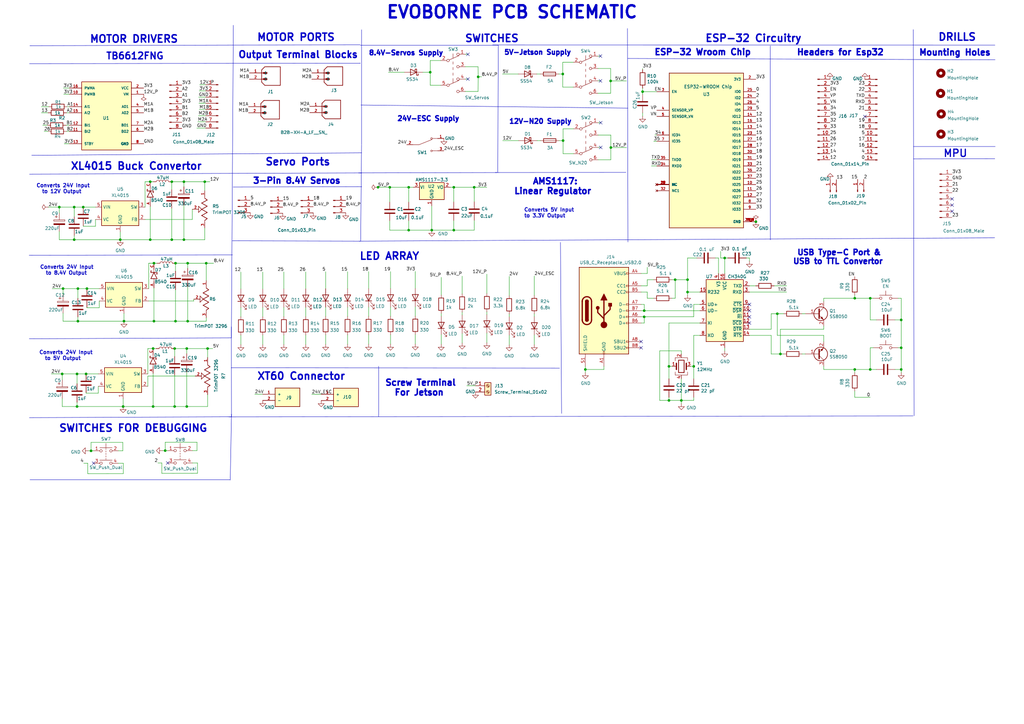
<source format=kicad_sch>
(kicad_sch (version 20231120) (generator "eeschema") (generator_version "8.0")
  (paper "A3")
  (junction (at 155.0416 76.8096))
  (junction (at 159.8676 76.8096))
  (junction (at 167.6146 76.8096))
  (junction (at 75.438 74.5236))
  (junction (at 369.6208 131.2164))
  (junction (at 369.6208 151.5364))
  (junction (at 310.0324 90.932))
  (junction (at 62.7888 166.7256))
  (junction (at 276.9108 114.7064))
  (junction (at 31.9532 118.364))
  (junction (at 25.5016 153.3652))
  (junction (at 230.8352 30.353))
  (junction (at 63.1444 131.7244))
  (junction (at 250.444 33.1978))
  (junction (at 34.1376 84.9376))
  (junction (at 31.5976 153.3652))
  (junction (at 31.5976 166.7256))
  (junction (at 186.1312 76.8096))
  (junction (at 350.5708 122.3264))
  (junction (at 240.0808 151.5364))
  (junction (at 61.6204 74.5236))
  (junction (at 167.6146 94.3864))
  (junction (at 264.2108 127.4064))
  (junction (at 281.9908 114.7064))
  (junction (at 76.962 107.95))
  (junction (at 318.8208 128.6764))
  (junction (at 71.628 142.9512))
  (junction (at 274.3708 150.2664))
  (junction (at 63.1444 107.95))
  (junction (at 35.6616 118.364))
  (junction (at 62.7888 142.9512))
  (junction (at 274.3708 164.2364))
  (junction (at 71.628 166.7256))
  (junction (at 279.4508 164.2364))
  (junction (at 264.2108 129.9464))
  (junction (at 281.9908 119.7864))
  (junction (at 70.4596 98.298))
  (junction (at 369.6208 142.6464))
  (junction (at 356.9208 151.5364))
  (junction (at 84.582 107.95))
  (junction (at 186.1312 94.3864))
  (junction (at 350.5708 151.5364))
  (junction (at 50.4952 166.7256))
  (junction (at 320.0908 145.1864))
  (junction (at 230.9368 57.658))
  (junction (at 76.962 131.7244))
  (junction (at 76.6064 166.7256))
  (junction (at 83.9724 74.5236))
  (junction (at 61.6204 98.298))
  (junction (at 284.5308 150.2664))
  (junction (at 30.4292 98.298))
  (junction (at 24.3332 84.9376))
  (junction (at 194.4878 76.8096))
  (junction (at 250.5456 60.5028))
  (junction (at 75.438 98.298))
  (junction (at 177.0888 94.3864))
  (junction (at 85.1408 142.9512))
  (junction (at 49.3268 98.298))
  (junction (at 71.9836 131.7244))
  (junction (at 76.6064 142.9512))
  (junction (at 263.5504 37.592))
  (junction (at 176.4538 29.6164))
  (junction (at 35.306 153.3652))
  (junction (at 70.4596 74.5236))
  (junction (at 50.8508 131.7244))
  (junction (at 196.1134 31.5214))
  (junction (at 297.2308 105.8164))
  (junction (at 25.8572 118.364))
  (junction (at 67.7418 184.8104))
  (junction (at 37.338 184.912))
  (junction (at 31.9532 131.7244))
  (junction (at 30.4292 84.9376))
  (junction (at 356.9208 122.3264))
  (junction (at 71.9836 107.95))
  (no_connect (at 191.897 22.2758))
  (no_connect (at 246.2784 33.1724))
  (no_connect (at 262.9408 140.1064))
  (no_connect (at 191.897 32.4358))
  (no_connect (at 68.7832 189.8904))
  (no_connect (at 307.3908 129.9464))
  (no_connect (at 354.7364 47.8028))
  (no_connect (at 38.3794 189.992))
  (no_connect (at 246.38 50.3174))
  (no_connect (at 307.3908 132.4864))
  (no_connect (at 246.38 60.4774))
  (no_connect (at 262.9408 142.6464))
  (no_connect (at 246.2784 23.0124))
  (no_connect (at 390.4996 84.1248))
  (no_connect (at 307.3908 127.4064))
  (no_connect (at 390.4996 86.6648))
  (no_connect (at 307.3908 124.8664))
  (no_connect (at 390.4996 81.5848))
  (wire (pts (xy 80.7974 181.356) (xy 80.7974 184.8104)))
  (polyline (pts (xy 95.3008 98.7552) (xy 147.7772 98.9076)))
  (wire (pts (xy 116.4336 118.4656) (xy 116.4336 111.506)))
  (wire (pts (xy 107.7976 118.5164) (xy 107.7976 111.5568)))
  (wire (pts (xy 27.3304 46.2788) (xy 28.448 46.2788)))
  (polyline (pts (xy 148.2852 59.3852) (xy 147.9296 98.8568)))
  (wire (pts (xy 316.2808 128.6764) (xy 316.2808 135.0264)))
  (polyline (pts (xy 203.2 70.7644) (xy 256.7432 70.7136)))
  (wire (pts (xy 142.5448 137.3632) (xy 142.5448 141.1732)))
  (wire (pts (xy 316.2808 135.0264) (xy 307.3908 135.0264)))
  (wire (pts (xy 262.9408 117.2464) (xy 265.4808 117.2464)))
  (wire (pts (xy 25.9588 36.1188) (xy 28.448 36.1188)))
  (wire (pts (xy 263.5504 28.0416) (xy 263.5504 28.5496)))
  (polyline (pts (xy 12.0904 26.1112) (xy 147.574 25.908)))
  (wire (pts (xy 159.8676 94.3864) (xy 167.6146 94.3864)))
  (wire (pts (xy 76.6064 152.654) (xy 76.6064 166.7256)))
  (wire (pts (xy 268.1224 57.912) (xy 269.3924 57.912)))
  (wire (pts (xy 40.3352 161.2392) (xy 40.3352 158.4452)))
  (wire (pts (xy 196.0626 37.5158) (xy 190.881 37.5158)))
  (wire (pts (xy 186.1312 76.8096) (xy 194.4878 76.8096)))
  (wire (pts (xy 40.6908 126.238) (xy 40.6908 123.444)))
  (wire (pts (xy 81.6864 44.9072) (xy 84.3788 44.9072)))
  (wire (pts (xy 160.1724 118.3386) (xy 160.1724 111.379)))
  (wire (pts (xy 59.5376 74.5744) (xy 59.4868 74.5744)))
  (wire (pts (xy 85.1408 142.9512) (xy 87.2744 142.9512)))
  (polyline (pts (xy 148.2852 12.192) (xy 148.2852 59.2328)))
  (wire (pts (xy 67.7418 181.356) (xy 80.7974 181.356)))
  (wire (pts (xy 61.0616 108.0008) (xy 61.0616 107.95)))
  (wire (pts (xy 250.444 33.1978) (xy 256.9464 33.1978)))
  (wire (pts (xy 167.6146 94.3864) (xy 177.0888 94.3864)))
  (polyline (pts (xy 204.3684 18.4912) (xy 204.1652 70.7644)))
  (wire (pts (xy 190.881 27.3558) (xy 196.0626 27.3558)))
  (wire (pts (xy 167.6146 76.8096) (xy 169.4688 76.8096)))
  (wire (pts (xy 133.5532 118.3894) (xy 133.5532 111.4298)))
  (wire (pts (xy 35.9918 194.2592) (xy 50.5968 194.2338)))
  (wire (pts (xy 279.4508 165.5064) (xy 279.4508 164.2364)))
  (wire (pts (xy 295.5544 105.8164) (xy 297.2308 105.8164)))
  (wire (pts (xy 60.6552 143.002) (xy 60.6552 153.3652)))
  (wire (pts (xy 307.3908 105.8164) (xy 306.1208 105.8164)))
  (wire (pts (xy 27.0764 51.3588) (xy 28.448 51.3588)))
  (wire (pts (xy 25.8572 118.364) (xy 31.9532 118.364)))
  (polyline (pts (xy 94.7928 150.8252) (xy 229.5144 150.9776)))
  (wire (pts (xy 78.8924 85.852) (xy 78.8924 90.0176)))
  (polyline (pts (xy 12.0904 71.4248) (xy 148.3868 70.9168)))
  (wire (pts (xy 330.2508 128.6764) (xy 328.9808 128.6764)))
  (wire (pts (xy 81.5848 42.3672) (xy 84.3788 42.3672)))
  (wire (pts (xy 98.806 118.5164) (xy 98.806 111.5568)))
  (wire (pts (xy 70.4596 85.3948) (xy 70.4596 98.298)))
  (polyline (pts (xy 95.8596 18.4912) (xy 147.6756 18.3896)))
  (wire (pts (xy 70.4596 74.5236) (xy 75.438 74.5236)))
  (wire (pts (xy 155.0416 76.8096) (xy 159.8676 76.8096)))
  (wire (pts (xy 59.5376 74.5236) (xy 61.6204 74.5236)))
  (wire (pts (xy 64.7446 189.8904) (xy 66.3956 189.8904)))
  (wire (pts (xy 190.881 32.4358) (xy 191.897 32.4358)))
  (wire (pts (xy 265.4808 112.1664) (xy 262.9408 112.1664)))
  (wire (pts (xy 107.7976 126.1364) (xy 107.7976 129.8702)))
  (wire (pts (xy 62.7888 142.9512) (xy 64.008 142.9512)))
  (wire (pts (xy 76.6064 145.034) (xy 76.6064 142.9512)))
  (wire (pts (xy 27.3304 53.8988) (xy 28.448 53.8988)))
  (wire (pts (xy 76.6064 166.7256) (xy 85.1408 166.7256)))
  (wire (pts (xy 71.628 166.7256) (xy 62.7888 166.7256)))
  (wire (pts (xy 35.9918 189.992) (xy 35.9918 194.2592)))
  (wire (pts (xy 356.9208 151.5364) (xy 356.9208 142.6464)))
  (wire (pts (xy 287.0708 127.4064) (xy 264.2108 127.4064)))
  (wire (pts (xy 85.1408 142.9512) (xy 85.1408 146.6088)))
  (wire (pts (xy 173.4312 29.6164) (xy 176.4538 29.6164)))
  (wire (pts (xy 50.5968 194.2338) (xy 50.5968 189.992)))
  (wire (pts (xy 318.8208 137.5664) (xy 337.8708 137.5664)))
  (wire (pts (xy 186.1312 90.4494) (xy 186.1312 94.3864)))
  (wire (pts (xy 34.3408 189.992) (xy 35.9918 189.992)))
  (wire (pts (xy 61.0616 108.0008) (xy 61.0108 108.0008)))
  (wire (pts (xy 59.4868 74.5744) (xy 59.4868 84.9376)))
  (wire (pts (xy 265.4808 109.6264) (xy 265.4808 112.1664)))
  (wire (pts (xy 34.1376 92.8116) (xy 34.1376 92.5576)))
  (wire (pts (xy 75.438 76.6064) (xy 75.438 74.5236)))
  (wire (pts (xy 350.5708 151.5364) (xy 356.9208 151.5364)))
  (wire (pts (xy 356.9208 122.3264) (xy 356.9208 131.2164)))
  (wire (pts (xy 59.5376 74.5744) (xy 59.5376 74.5236)))
  (wire (pts (xy 159.8676 90.5002) (xy 159.8676 94.3864)))
  (wire (pts (xy 76.962 117.6528) (xy 76.962 131.7244)))
  (wire (pts (xy 279.4508 145.1864) (xy 279.4508 143.9164)))
  (wire (pts (xy 62.7888 166.7256) (xy 50.4952 166.7256)))
  (wire (pts (xy 240.0808 151.5364) (xy 247.7008 151.5364)))
  (wire (pts (xy 307.3908 117.2464) (xy 309.9308 117.2464)))
  (wire (pts (xy 176.4538 29.6164) (xy 176.4538 34.9758)))
  (wire (pts (xy 316.2808 128.6764) (xy 318.8208 128.6764)))
  (wire (pts (xy 83.9724 74.5236) (xy 86.106 74.5236)))
  (wire (pts (xy 197.5358 31.5214) (xy 196.1134 31.5214)))
  (wire (pts (xy 279.4508 155.3464) (xy 279.4508 164.2364)))
  (wire (pts (xy 154.9908 76.8096) (xy 155.0416 76.8096)))
  (wire (pts (xy 60.706 143.002) (xy 60.6552 143.002)))
  (wire (pts (xy 31.5976 153.3652) (xy 35.306 153.3652)))
  (wire (pts (xy 159.8676 76.8096) (xy 159.8676 82.8802)))
  (wire (pts (xy 16.9672 46.2788) (xy 19.7104 46.2788)))
  (wire (pts (xy 337.8708 135.0264) (xy 320.0908 135.0264)))
  (wire (pts (xy 71.9836 131.7244) (xy 76.962 131.7244)))
  (wire (pts (xy 294.6908 105.8164) (xy 294.6908 112.1664)))
  (wire (pts (xy 307.3908 137.5664) (xy 316.2808 137.5664)))
  (wire (pts (xy 307.3908 107.0864) (xy 307.3908 105.8164)))
  (wire (pts (xy 176.4538 34.9758) (xy 180.721 34.9758)))
  (wire (pts (xy 125.4252 126.0856) (xy 125.4252 129.8194)))
  (wire (pts (xy 230.8352 30.353) (xy 230.8352 35.7124)))
  (wire (pts (xy 62.7888 153.1112) (xy 62.7888 166.7256)))
  (wire (pts (xy 274.3708 150.2664) (xy 275.6408 150.2664)))
  (wire (pts (xy 250.5456 60.5028) (xy 250.5456 65.5574)))
  (wire (pts (xy 270.5608 143.9164) (xy 270.5608 164.2364)))
  (wire (pts (xy 35.306 153.3652) (xy 40.3352 153.3652)))
  (wire (pts (xy 66.3956 194.1576) (xy 81.0006 194.1322)))
  (wire (pts (xy 230.9368 63.0174) (xy 235.204 63.0174)))
  (wire (pts (xy 61.6204 98.298) (xy 49.3268 98.298)))
  (wire (pts (xy 25.5016 153.3652) (xy 31.5976 153.3652)))
  (wire (pts (xy 191.4652 158.242) (xy 195.0212 158.242)))
  (wire (pts (xy 369.6208 152.8064) (xy 369.6208 151.5364)))
  (polyline (pts (xy 147.066 70.9168) (xy 203.708 70.7644)))
  (wire (pts (xy 317.5508 117.2464) (xy 322.6308 117.2464)))
  (wire (pts (xy 17.526 51.3588) (xy 19.4564 51.3588)))
  (wire (pts (xy 31.9532 131.7244) (xy 50.8508 131.7244)))
  (wire (pts (xy 250.5456 65.5574) (xy 245.364 65.5574)))
  (wire (pts (xy 170.3324 118.2624) (xy 170.3324 111.3028)))
  (wire (pts (xy 18.0848 53.8988) (xy 19.7104 53.8988)))
  (wire (pts (xy 66.3956 189.8904) (xy 66.3956 194.1576)))
  (wire (pts (xy 250.5456 55.3974) (xy 250.5456 60.5028)))
  (wire (pts (xy 31.9532 118.364) (xy 35.6616 118.364)))
  (wire (pts (xy 40.6908 126.238) (xy 35.6616 126.238)))
  (wire (pts (xy 284.5308 124.8664) (xy 284.5308 129.9464)))
  (wire (pts (xy 367.0808 131.2164) (xy 369.6208 131.2164)))
  (wire (pts (xy 245.364 55.3974) (xy 250.5456 55.3974)))
  (wire (pts (xy 245.2624 33.1724) (xy 246.2784 33.1724)))
  (wire (pts (xy 37.338 184.912) (xy 37.338 181.4576)))
  (wire (pts (xy 71.628 153.8224) (xy 71.628 166.7256)))
  (wire (pts (xy 31.5976 166.7256) (xy 50.4952 166.7256)))
  (wire (pts (xy 284.5308 150.2664) (xy 283.2608 150.2664)))
  (wire (pts (xy 37.338 184.912) (xy 38.3794 184.912)))
  (wire (pts (xy 133.5532 126.0094) (xy 133.5532 129.7432)))
  (wire (pts (xy 76.6064 142.9512) (xy 85.1408 142.9512)))
  (polyline (pts (xy 12.0396 171.2976) (xy 94.9452 170.942)))
  (wire (pts (xy 199.6948 127.9398) (xy 199.6948 129.0066)))
  (wire (pts (xy 245.364 60.4774) (xy 246.38 60.4774)))
  (wire (pts (xy 263.5504 37.592) (xy 269.3924 37.592)))
  (wire (pts (xy 50.8508 128.524) (xy 50.8508 131.7244)))
  (polyline (pts (xy 147.574 25.908) (xy 147.7772 25.908)))
  (wire (pts (xy 265.4808 119.7864) (xy 265.4808 122.3264)))
  (wire (pts (xy 337.8708 137.5664) (xy 337.8708 140.1064)))
  (wire (pts (xy 125.4252 137.4394) (xy 125.4252 141.2494)))
  (wire (pts (xy 71.9836 131.7244) (xy 63.1444 131.7244)))
  (wire (pts (xy 208.8388 137.5156) (xy 208.8388 141.4018)))
  (wire (pts (xy 63.1444 118.11) (xy 63.1444 131.7244)))
  (wire (pts (xy 116.4336 126.0856) (xy 116.4336 129.8194)))
  (wire (pts (xy 247.7008 151.5364) (xy 247.7008 150.2664)))
  (wire (pts (xy 369.6208 122.3264) (xy 369.6208 131.2164)))
  (wire (pts (xy 81.3816 47.4472) (xy 84.3788 47.4472)))
  (wire (pts (xy 125.4252 118.4656) (xy 125.4252 111.506)))
  (wire (pts (xy 61.0108 123.444) (xy 79.502 123.444)))
  (wire (pts (xy 194.4878 76.8096) (xy 199.6694 76.8096)))
  (wire (pts (xy 262.9408 124.8664) (xy 264.2108 124.8664)))
  (wire (pts (xy 167.6146 90.5002) (xy 167.6146 94.3864)))
  (wire (pts (xy 180.9496 137.2616) (xy 180.9496 141.1478)))
  (wire (pts (xy 263.5504 47.5996) (xy 263.5504 46.3296)))
  (wire (pts (xy 71.628 166.7256) (xy 76.6064 166.7256)))
  (wire (pts (xy 186.1312 94.3864) (xy 194.4878 94.3864)))
  (wire (pts (xy 81.6864 37.2872) (xy 84.3788 37.2872)))
  (wire (pts (xy 76.962 107.95) (xy 84.582 107.95)))
  (polyline (pts (xy 94.4372 196.9008) (xy 94.9452 169.8752)))
  (wire (pts (xy 170.3324 125.8824) (xy 170.3324 129.6162)))
  (wire (pts (xy 240.0808 151.5364) (xy 240.0808 150.2664)))
  (wire (pts (xy 229.1842 30.353) (xy 230.8352 30.353)))
  (wire (pts (xy 25.5016 166.7256) (xy 31.5976 166.7256)))
  (wire (pts (xy 337.8708 122.3264) (xy 350.5708 122.3264)))
  (wire (pts (xy 81.1276 49.9872) (xy 84.3788 49.9872)))
  (wire (pts (xy 60.706 142.9512) (xy 62.7888 142.9512)))
  (wire (pts (xy 75.438 98.3488) (xy 83.9724 98.3488)))
  (wire (pts (xy 369.6208 142.6464) (xy 369.6208 151.5364)))
  (wire (pts (xy 78.9432 184.8104) (xy 80.7974 184.8104)))
  (wire (pts (xy 186.1312 76.8096) (xy 186.1312 82.8294)))
  (wire (pts (xy 67.7418 184.8104) (xy 67.7418 181.356)))
  (polyline (pts (xy 315.9252 18.796) (xy 315.976 98.3996)))
  (wire (pts (xy 318.8208 128.6764) (xy 321.3608 128.6764)))
  (wire (pts (xy 71.628 142.9512) (xy 76.6064 142.9512)))
  (wire (pts (xy 212.5726 30.353) (xy 206.0702 30.353)))
  (wire (pts (xy 263.5504 37.592) (xy 263.5504 38.7096)))
  (wire (pts (xy 70.4596 98.298) (xy 61.6204 98.298)))
  (wire (pts (xy 245.2624 28.0924) (xy 250.444 28.0924)))
  (wire (pts (xy 75.438 98.3488) (xy 75.438 98.298)))
  (wire (pts (xy 297.2308 105.8164) (xy 298.5008 105.8164)))
  (wire (pts (xy 31.5976 153.3652) (xy 31.5976 157.3784)))
  (wire (pts (xy 281.9908 121.0564) (xy 281.9908 119.7864)))
  (wire (pts (xy 76.962 131.7244) (xy 84.582 131.7244)))
  (wire (pts (xy 24.3332 94.996) (xy 24.3332 98.298)))
  (wire (pts (xy 21.0312 153.3652) (xy 25.5016 153.3652)))
  (wire (pts (xy 281.9908 114.7064) (xy 281.9908 105.8164)))
  (wire (pts (xy 219.1512 128.7272) (xy 219.1512 129.794)))
  (wire (pts (xy 284.5308 164.2364) (xy 284.5308 162.9664)))
  (polyline (pts (xy 147.828 18.542) (xy 204.3684 18.542)))
  (wire (pts (xy 220.2942 57.658) (xy 221.6658 57.658)))
  (wire (pts (xy 287.0708 132.4864) (xy 274.3708 132.4864)))
  (wire (pts (xy 63.1444 131.7244) (xy 50.8508 131.7244)))
  (wire (pts (xy 368.3508 142.6464) (xy 369.6208 142.6464)))
  (wire (pts (xy 189.5348 128.0922) (xy 189.5348 129.159)))
  (wire (pts (xy 26.1112 38.6588) (xy 28.448 38.6588)))
  (wire (pts (xy 320.0908 145.1864) (xy 316.2808 145.1864)))
  (wire (pts (xy 350.5708 162.9664) (xy 356.9208 162.9664)))
  (wire (pts (xy 281.9908 119.7864) (xy 281.9908 114.7064)))
  (polyline (pts (xy 12.2428 18.7452) (xy 95.7072 18.4912)))
  (wire (pts (xy 25.5016 163.4236) (xy 25.5016 166.7256)))
  (wire (pts (xy 98.806 137.4902) (xy 98.806 141.3002)))
  (wire (pts (xy 369.6208 142.6464) (xy 369.6208 131.2164)))
  (polyline (pts (xy 374.65 60.0964) (xy 408.178 60.0964)))
  (wire (pts (xy 356.9208 131.2164) (xy 359.4608 131.2164)))
  (wire (pts (xy 30.4292 96.5708) (xy 30.4292 98.298)))
  (polyline (pts (xy 374.65 65.1764) (xy 408.0256 65.1256)))
  (wire (pts (xy 307.3908 119.7864) (xy 322.6308 119.7864)))
  (wire (pts (xy 107.7976 137.4902) (xy 107.7976 141.3002)))
  (wire (pts (xy 293.4208 105.8164) (xy 294.6908 105.8164)))
  (wire (pts (xy 151.1808 125.9586) (xy 151.1808 129.6924)))
  (wire (pts (xy 19.8628 84.9376) (xy 24.3332 84.9376)))
  (wire (pts (xy 268.5796 55.372) (xy 269.3924 55.372)))
  (wire (pts (xy 84.582 131.7244) (xy 84.582 130.302)))
  (wire (pts (xy 337.8708 150.2664) (xy 337.8708 151.5364)))
  (wire (pts (xy 274.3708 162.9664) (xy 274.3708 164.2364)))
  (wire (pts (xy 24.3332 98.298) (xy 30.4292 98.298)))
  (wire (pts (xy 84.582 107.95) (xy 87.63 107.95)))
  (wire (pts (xy 151.1808 118.3386) (xy 151.1808 111.379)))
  (wire (pts (xy 265.4808 117.2464) (xy 265.4808 114.7064)))
  (wire (pts (xy 31.9532 118.364) (xy 31.9532 122.3772)))
  (wire (pts (xy 263.5504 36.1696) (xy 263.5504 37.592)))
  (wire (pts (xy 250.444 33.1978) (xy 250.444 38.2524)))
  (wire (pts (xy 350.5708 122.3264) (xy 350.5708 121.0564)))
  (wire (pts (xy 142.5448 126.0094) (xy 142.5448 129.7432)))
  (wire (pts (xy 219.1512 137.414) (xy 219.1512 141.3002)))
  (wire (pts (xy 350.5708 160.4264) (xy 350.5708 162.9664)))
  (wire (pts (xy 116.4336 137.4394) (xy 116.4336 141.2494)))
  (wire (pts (xy 70.4596 74.5236) (xy 70.4596 77.7748)))
  (wire (pts (xy 287.0708 119.7864) (xy 281.9908 119.7864)))
  (wire (pts (xy 40.3352 161.2392) (xy 35.306 161.2392)))
  (wire (pts (xy 59.4868 90.0176) (xy 78.8924 90.0176)))
  (wire (pts (xy 320.0908 135.0264) (xy 320.0908 145.1864)))
  (polyline (pts (xy 94.2848 196.7992) (xy 12.2936 196.7992)))
  (wire (pts (xy 63.1444 107.95) (xy 64.3636 107.95)))
  (wire (pts (xy 50.5968 189.992) (xy 48.5394 189.992)))
  (wire (pts (xy 70.4596 98.298) (xy 75.438 98.298)))
  (polyline (pts (xy 11.9888 138.938) (xy 94.8944 138.5824)))
  (wire (pts (xy 81.4832 39.8272) (xy 84.3788 39.8272)))
  (wire (pts (xy 160.1724 137.3124) (xy 160.1724 141.1224)))
  (wire (pts (xy 39.1668 92.8116) (xy 34.1376 92.8116)))
  (wire (pts (xy 19.9644 43.7388) (xy 16.9672 43.7388)))
  (wire (pts (xy 49.3268 95.0976) (xy 49.3268 98.298)))
  (wire (pts (xy 76.962 110.0328) (xy 76.962 107.95)))
  (wire (pts (xy 71.9836 107.95) (xy 76.962 107.95)))
  (wire (pts (xy 83.9724 74.5236) (xy 83.9724 78.232)))
  (wire (pts (xy 281.9908 105.8164) (xy 285.8008 105.8164)))
  (wire (pts (xy 284.5308 155.3464) (xy 284.5308 150.2664)))
  (wire (pts (xy 262.9408 129.9464) (xy 264.2108 129.9464)))
  (wire (pts (xy 196.1134 31.5214) (xy 196.0626 37.5158)))
  (wire (pts (xy 30.4292 84.9376) (xy 30.4292 88.9508)))
  (wire (pts (xy 98.806 126.1364) (xy 98.806 129.8702)))
  (wire (pts (xy 264.2108 127.4064) (xy 262.9408 127.4064)))
  (wire (pts (xy 250.5456 60.5028) (xy 257.048 60.5028)))
  (wire (pts (xy 208.8388 128.8288) (xy 208.8388 129.8956)))
  (polyline (pts (xy 11.938 104.6988) (xy 95.3516 104.5464)))
  (wire (pts (xy 264.2108 132.4864) (xy 262.9408 132.4864)))
  (wire (pts (xy 369.6208 151.5364) (xy 367.0808 151.5364)))
  (wire (pts (xy 279.4508 143.9164) (xy 270.5608 143.9164)))
  (wire (pts (xy 250.444 38.2524) (xy 245.2624 38.2524)))
  (wire (pts (xy 358.1908 122.3264) (xy 356.9208 122.3264)))
  (wire (pts (xy 270.5608 164.2364) (xy 274.3708 164.2364)))
  (wire (pts (xy 328.9808 145.1864) (xy 330.2508 145.1864)))
  (wire (pts (xy 50.3936 181.4576) (xy 50.3936 184.912)))
  (wire (pts (xy 81.8896 34.7472) (xy 84.3788 34.7472)))
  (wire (pts (xy 34.1376 84.9376) (xy 39.1668 84.9376)))
  (wire (pts (xy 262.9408 119.7864) (xy 265.4808 119.7864)))
  (wire (pts (xy 199.6948 136.6266) (xy 199.6948 140.5128)))
  (wire (pts (xy 27.5844 43.7388) (xy 28.448 43.7388)))
  (wire (pts (xy 276.9108 114.7064) (xy 275.6408 114.7064)))
  (wire (pts (xy 127.8636 161.7472) (xy 131.7244 161.7472)))
  (wire (pts (xy 274.3708 155.3464) (xy 274.3708 150.2664)))
  (wire (pts (xy 295.5544 105.8164) (xy 295.5544 103.0732)))
  (wire (pts (xy 267.1572 65.532) (xy 269.3924 65.532)))
  (wire (pts (xy 35.6616 118.364) (xy 40.6908 118.364)))
  (wire (pts (xy 50.4952 163.5252) (xy 50.4952 166.7256)))
  (wire (pts (xy 39.1668 92.8116) (xy 39.1668 90.0176)))
  (wire (pts (xy 337.8708 151.5364) (xy 350.5708 151.5364)))
  (wire (pts (xy 37.338 181.4576) (xy 50.3936 181.4576)))
  (wire (pts (xy 67.7418 184.8104) (xy 68.7832 184.8104)))
  (wire (pts (xy 189.5348 136.779) (xy 189.5348 140.6652)))
  (wire (pts (xy 212.6742 57.658) (xy 206.1718 57.658)))
  (wire (pts (xy 35.6616 126.238) (xy 35.6616 125.984)))
  (wire (pts (xy 264.2108 124.8664) (xy 264.2108 127.4064)))
  (wire (pts (xy 368.3508 122.3264) (xy 369.6208 122.3264)))
  (wire (pts (xy 75.438 84.2264) (xy 75.438 98.298)))
  (wire (pts (xy 337.8708 133.7564) (xy 337.8708 135.0264)))
  (wire (pts (xy 151.1808 137.3124) (xy 151.1808 141.1224)))
  (wire (pts (xy 316.2808 137.5664) (xy 316.2808 145.1864)))
  (wire (pts (xy 81.0006 194.1322) (xy 81.0006 189.8904)))
  (wire (pts (xy 350.5708 122.3264) (xy 356.9208 122.3264)))
  (wire (pts (xy 274.3708 132.4864) (xy 274.3708 150.2664)))
  (wire (pts (xy 219.1512 113.2332) (xy 219.1512 121.1072)))
  (wire (pts (xy 133.5532 137.3632) (xy 133.5532 141.1732)))
  (wire (pts (xy 337.8708 123.5964) (xy 337.8708 122.3264)))
  (wire (pts (xy 61.6204 74.5236) (xy 62.8396 74.5236)))
  (wire (pts (xy 104.4956 161.6964) (xy 107.7468 161.6964)))
  (wire (pts (xy 276.9108 122.3264) (xy 276.9108 114.7064)))
  (wire (pts (xy 61.0108 108.0008) (xy 61.0108 118.364)))
  (wire (pts (xy 264.2108 129.9464) (xy 264.2108 132.4864)))
  (polyline (pts (xy 155.2956 150.2156) (xy 155.2956 170.8912)))
  (wire (pts (xy 180.9496 113.7412) (xy 180.9496 120.9548)))
  (polyline (pts (xy 148.0312 43.0784) (xy 257.556 44.3484)))
  (wire (pts (xy 190.881 22.2758) (xy 191.897 22.2758)))
  (wire (pts (xy 30.4292 98.298) (xy 49.3268 98.298)))
  (wire (pts (xy 24.3332 84.9376) (xy 24.3332 87.376)))
  (wire (pts (xy 350.5708 152.8064) (xy 350.5708 151.5364)))
  (wire (pts (xy 165.8112 29.6164) (xy 159.3088 29.6164)))
  (wire (pts (xy 170.3324 137.2362) (xy 170.3324 141.0462)))
  (wire (pts (xy 66.675 184.8104) (xy 67.7418 184.8104)))
  (wire (pts (xy 35.306 161.2392) (xy 35.306 160.9852)))
  (wire (pts (xy 194.4878 82.7532) (xy 194.4878 76.8096)))
  (wire (pts (xy 265.4808 114.7064) (xy 268.0208 114.7064)))
  (wire (pts (xy 235.1024 25.5524) (xy 230.8352 25.5524)))
  (wire (pts (xy 176.4538 24.8158) (xy 176.4538 29.6164)))
  (wire (pts (xy 284.5308 137.5664) (xy 284.5308 150.2664)))
  (wire (pts (xy 26.3144 58.9788) (xy 28.448 58.9788)))
  (wire (pts (xy 235.204 52.8574) (xy 230.9368 52.8574)))
  (wire (pts (xy 199.6948 112.4458) (xy 199.6948 120.3198)))
  (wire (pts (xy 276.9108 114.7064) (xy 281.9908 114.7064)))
  (wire (pts (xy 84.582 115.062) (xy 84.582 107.95)))
  (wire (pts (xy 48.5394 184.912) (xy 50.3936 184.912)))
  (wire (pts (xy 356.9208 142.6464) (xy 358.1908 142.6464)))
  (wire (pts (xy 245.2624 23.0124) (xy 246.2784 23.0124)))
  (wire (pts (xy 71.9836 107.95) (xy 71.9836 111.2012)))
  (wire (pts (xy 196.0626 27.3558) (xy 196.1134 31.5214)))
  (wire (pts (xy 25.8572 118.364) (xy 25.8572 120.8024)))
  (wire (pts (xy 180.721 24.8158) (xy 176.4538 24.8158)))
  (wire (pts (xy 180.9496 128.5748) (xy 180.9496 129.6416)))
  (wire (pts (xy 61.0616 107.95) (xy 63.1444 107.95)))
  (wire (pts (xy 287.0708 124.8664) (xy 284.5308 124.8664)))
  (wire (pts (xy 265.4808 122.3264) (xy 268.0208 122.3264)))
  (wire (pts (xy 160.1724 125.9586) (xy 160.1724 129.6924)))
  (wire (pts (xy 81.0006 189.8904) (xy 78.9432 189.8904)))
  (wire (pts (xy 230.9368 57.658) (xy 230.9368 63.0174)))
  (wire (pts (xy 79.502 122.682) (xy 79.502 123.444)))
  (wire (pts (xy 60.706 143.002) (xy 60.706 142.9512)))
  (wire (pts (xy 250.444 28.0924) (xy 250.444 33.1978)))
  (wire (pts (xy 359.4608 151.5364) (xy 356.9208 151.5364)))
  (wire (pts (xy 230.9368 52.8574) (xy 230.9368 57.658)))
  (wire (pts (xy 142.5448 118.3894) (xy 142.5448 111.4298)))
  (wire (pts (xy 287.0708 137.5664) (xy 284.5308 137.5664)))
  (wire (pts (xy 80.7212 52.5272) (xy 84.3788 52.5272)))
  (wire (pts (xy 318.8208 128.6764) (xy 318.8208 137.5664)))
  (wire (pts (xy 267.1572 68.072) (xy 269.3924 68.072)))
  (wire (pts (xy 240.0808 152.8064) (xy 240.0808 151.5364)))
  (wire (pts (xy 297.2308 143.9164) (xy 297.2308 142.6464)))
  (wire (pts (xy 194.4878 90.3732) (xy 194.4878 94.3864)))
  (wire (pts (xy 60.6552 154.2288) (xy 60.6552 158.4452)))
  (wire (pts (xy 245.364 50.3174) (xy 246.38 50.3174)))
  (wire (pts (xy 275.6408 122.3264) (xy 276.9108 122.3264)))
  (wire (pts (xy 83.9724 93.472) (xy 83.9724 98.3488)))
  (polyline (pts (xy 257.4544 23.9776) (xy 408.1272 24.5364)))
  (wire (pts (xy 80.0608 154.2288) (xy 60.6552 154.2288)))
  (polyline (pts (xy 374.5992 12.1412) (xy 374.904 170.5356)))
  (wire (pts (xy 274.3708 164.2364) (xy 279.4508 164.2364)))
  (wire (pts (xy 71.628 142.9512) (xy 71.628 146.2024)))
  (polyline (pts (xy 93.8276 170.9928) (xy 374.4976 170.5864)))
  (wire (pts (xy 25.5016 153.3652) (xy 25.5016 155.8036)))
  (polyline (pts (xy 94.9452 170.942) (xy 94.8944 134.0612)))
  (polyline (pts (xy 95.7072 10.3632) (xy 94.8944 138.5824)))
  (wire (pts (xy 284.5308 129.9464) (xy 264.2108 129.9464)))
  (wire (pts (xy 230.8352 35.7124) (xy 235.1024 35.7124)))
  (wire (pts (xy 177.0888 84.4296) (xy 177.0888 94.3864)))
  (polyline (pts (xy 202.0316 18.4404) (xy 408.0764 18.4912)))
  (wire (pts (xy 75.438 74.5236) (xy 83.9724 74.5236)))
  (wire (pts (xy 31.5976 164.9984) (xy 31.5976 166.7256)))
  (wire (pts (xy 321.3608 145.1864) (xy 320.0908 145.1864)))
  (wire (pts (xy 229.2858 57.658) (xy 230.9368 57.658)))
  (wire (pts (xy 208.8388 113.3348) (xy 208.8388 121.2088)))
  (wire (pts (xy 177.0888 94.3864) (xy 186.1312 94.3864)))
  (polyline (pts (xy 257.3528 11.684) (xy 257.556 99.2632)))
  (polyline (pts (xy 147.32 98.9076) (xy 407.9748 97.536)))
  (wire (pts (xy 167.6146 76.8096) (xy 167.6146 82.8802)))
  (wire (pts (xy 61.6204 84.6836) (xy 61.6204 98.298)))
  (wire (pts (xy 189.5348 113.2586) (xy 189.5348 120.4722)))
  (polyline (pts (xy 13.0048 63.7032) (xy 148.336 62.6872)))
  (wire (pts (xy 24.3332 84.9376) (xy 30.4292 84.9376)))
  (wire (pts (xy 184.7088 76.8096) (xy 186.1312 76.8096)))
  (wire (pts (xy 230.8352 25.5524) (xy 230.8352 30.353)))
  (wire (pts (xy 21.3868 118.364) (xy 25.8572 118.364)))
  (polyline (pts (xy 229.87 99.4156) (xy 230.3272 169.5704)))
  (wire (pts (xy 31.9532 129.9972) (xy 31.9532 131.7244)))
  (wire (pts (xy 220.1926 30.353) (xy 221.5642 30.353)))
  (wire (pts (xy 297.2308 112.1664) (xy 297.2308 105.8164)))
  (wire (pts (xy 85.1408 161.8488) (xy 85.1408 166.7256)))
  (wire (pts (xy 159.8676 76.8096) (xy 167.6146 76.8096)))
  (wire (pts (xy 30.4292 84.9376) (xy 34.1376 84.9376)))
  (wire (pts (xy 36.2712 184.912) (xy 37.338 184.912)))
  (wire (pts (xy 71.9836 118.8212) (xy 71.9836 131.7244)))
  (wire (pts (xy 279.4508 164.2364) (xy 284.5308 164.2364)))
  (polyline (pts (xy 95.6056 76.708) (xy 148.3868 76.5556)))
  (wire (pts (xy 25.8572 128.4224) (xy 25.8572 131.7244)))
  (wire (pts (xy 25.8572 131.7244) (xy 31.9532 131.7244)))
  (text "Servo Ports\n" (at 108.6104 68.2752 0) (effects (font (size 3 3) (thickness 0.6) (bold yes)) (justify left bottom)))
  (text "SWITCHES" (at 190.5 17.6784 0) (effects (font (size 3 3) (thickness 0.6) (bold yes)) (justify left bottom)))
  (text "Headers for Esp32\n" (at 326.5932 23.0632 0) (effects (font (size 2.5 2.5) (thickness 0.6) (bold yes)) (justify left bottom)))
  (text "Screw Terminal\n  For Jetson" (at 157.7848 162.6108 0) (effects (font (size 2.5 2.5) (thickness 0.6) (bold yes)) (justify left bottom)))
  (text "Output Terminal Blocks" (at 97.536 24.1808 0) (effects (font (size 2.75 2.75) (thickness 0.6) (bold yes)) (justify left bottom)))
  (text "Converts 24V Input \n  to 8.4V Output" (at 16.3576 112.9792 0) (effects (font (size 1.5 1.5) (bold yes)) (justify left bottom)))
  (text "ESP-32 Wroom Chip" (at 268.1732 23.0124 0) (effects (font (size 2.5 2.5) (thickness 0.6) (bold yes)) (justify left bottom)))
  (text "MPU\n" (at 386.7404 64.8208 0) (effects (font (size 3 3) (thickness 0.5) (bold yes)) (justify left bottom)))
  (text "3-Pin 8.4V Servos" (at 103.5304 75.7428 0) (effects (font (size 2.5 2.5) (thickness 0.6) (bold yes)) (justify left bottom)))
  (text "ESP-32 Circuitry\n" (at 289.052 17.6276 0) (effects (font (size 3 3) (thickness 0.6) (bold yes)) (justify left bottom)))
  (text " USB Type-C Port &\nUSB to TTL Convertor" (at 325.0692 108.6612 0) (effects (font (size 2.25 2.25) (thickness 0.6) (bold yes)) (justify left bottom)))
  (text "8.4V-Servos Supply" (at 151.1046 23.0378 0) (effects (font (size 2 2) (thickness 0.6) (bold yes)) (justify left bottom)))
  (text "EVOBORNE PCB SCHEMATIC\n\n" (at 158.1404 16.1036 0) (effects (font (size 5 5) (thickness 1) (bold yes)) (justify left bottom)))
  (text "DRILLS" (at 384.6068 17.1196 0) (effects (font (size 3 3) (thickness 0.6) (bold yes)) (justify left bottom)))
  (text "Mounting Holes" (at 376.7328 23.1648 0) (effects (font (size 2.5 2.5) (thickness 0.6) (bold yes)) (justify left bottom)))
  (text "MOTOR PORTS\n\n" (at 105.2068 22.0472 0) (effects (font (size 3 3) (thickness 0.6) (bold yes)) (justify left bottom)))
  (text "XL4015 Buck Convertor\n" (at 28.8036 70.0532 0) (effects (font (size 3 3) (thickness 0.6) (bold yes)) (justify left bottom)))
  (text "Converts 24V Input \n  to 5V Output\n" (at 16.002 147.9804 0) (effects (font (size 1.5 1.5) (bold yes)) (justify left bottom)))
  (text "24V-ESC Supply" (at 162.7632 49.9872 0) (effects (font (size 2 2) (thickness 0.6) (bold yes)) (justify left bottom)))
  (text "12V-N20 Supply" (at 208.6356 51.1302 0) (effects (font (size 2 2) (thickness 0.6) (bold yes)) (justify left bottom)))
  (text "MOTOR DRIVERS \n\n\n" (at 36.6268 27.5844 0) (effects (font (size 3 3) (thickness 0.6) (bold yes)) (justify left bottom)))
  (text "Converts 5V Input \nto 3.3V Output" (at 214.884 89.5096 0) (effects (font (size 1.5 1.5) (bold yes)) (justify left bottom)))
  (text "    AMS1117: \nLinear Regulator" (at 210.6676 80.01 0) (effects (font (size 2.5 2.5) (thickness 0.6) (bold yes)) (justify left bottom)))
  (text "SWITCHES FOR DEBUGGING" (at 24.0284 177.546 0) (effects (font (size 3 3) (thickness 0.6) (bold yes)) (justify left bottom)))
  (text "LED ARRAY" (at 147.2692 106.9848 0) (effects (font (size 3 3) (thickness 0.6) (bold yes)) (justify left bottom)))
  (text "XT60 Connector\n\n" (at 105.3084 161.036 0) (effects (font (size 3 3) (thickness 0.6) (bold yes)) (justify left bottom)))
  (text "  TB6612FNG" (at 39.116 24.7396 0) (effects (font (size 2.75 2.75) (thickness 0.55) (bold yes)) (justify left bottom)))
  (text "5V-Jetson Supply" (at 206.6036 22.8092 0) (effects (font (size 2 2) (thickness 0.6) (bold yes)) (justify left bottom)))
  (text "Converts 24V Input \n  to 12V Output" (at 14.8336 79.5528 0) (effects (font (size 1.5 1.5) (bold yes)) (justify left bottom)))
  (label "34" (at 268.5796 55.372 0))
  (label "14" (at 340.4108 62.992 0))
  (label "12V_P" (at 199.6948 112.4458 180))
  (label "19" (at 160.1724 111.379 180))
  (label "26" (at 18.0848 53.8988 0))
  (label "3V3" (at 81.6864 37.2872 0))
  (label "24V" (at 21.3868 118.364 0))
  (label "GND" (at 74.5744 52.6796 0))
  (label "13" (at 343.0524 73.66 0))
  (label "5V" (at 87.2744 142.9512 0))
  (label "17" (at 354.7364 57.9628 180))
  (label "3V3" (at 74.5744 42.5196 0))
  (label "12" (at 310.0324 47.752 0))
  (label "14" (at 310.0324 52.832 0))
  (label "GND" (at 390.4996 73.9648 0))
  (label "2" (at 354.2792 73.5584 0))
  (label "A2" (at 27.3304 46.2788 0))
  (label "M2B" (at 58.928 53.8988 0))
  (label "A1" (at 74.5744 39.9796 0))
  (label "8.4V_P" (at 102.6668 84.6836 0))
  (label "A2" (at 74.5744 37.4396 0))
  (label "8.4V" (at 87.63 107.95 0))
  (label "15" (at 142.5448 111.4298 180))
  (label "TXD" (at 322.6308 119.7864 180))
  (label "3V3" (at 199.6694 76.8096 180))
  (label "12V" (at 86.106 74.5236 0))
  (label "M2B" (at 127 46.1772 180))
  (label "5" (at 310.0324 45.212 0))
  (label "M2A" (at 127.8636 29.9212 180))
  (label "VN" (at 340.4108 42.672 0))
  (label "4" (at 310.0324 42.672 0))
  (label "M1A" (at 101.9048 43.7388 180))
  (label "3V3" (at 26.1112 38.6588 0))
  (label "3V3" (at 263.5504 28.0416 0))
  (label "VN" (at 269.3924 47.752 180))
  (label "12V_P" (at 257.048 60.5028 180))
  (label "M2A" (at 58.928 51.3588 0))
  (label "24V" (at 104.4956 161.6964 0))
  (label "15" (at 351.7392 73.5584 180))
  (label "12" (at 98.806 111.5568 180))
  (label "M1A" (at 58.928 43.7388 0))
  (label "12V" (at 206.1718 57.658 0))
  (label "GND" (at 81.4832 39.8272 0))
  (label "3V3" (at 390.4996 71.4248 0))
  (label "23" (at 310.0324 73.152 0))
  (label "19" (at 310.0324 65.532 0))
  (label "VP" (at 340.4108 40.132 0))
  (label "TXD" (at 354.7364 40.1828 180))
  (label "15" (at 310.0324 55.372 0))
  (label "22" (at 310.0324 70.612 0))
  (label "5V" (at 206.0702 30.353 0))
  (label "M1B" (at 81.6864 44.9072 0))
  (label "35" (at 268.1224 57.912 0))
  (label "GND" (at 58.928 58.9788 0))
  (label "24V_ESC" (at 127.8636 161.7472 0))
  (label "EN" (at 340.4108 37.592 0))
  (label "0" (at 356.9208 162.9664 180))
  (label "18" (at 151.1808 111.379 180))
  (label "B2" (at 74.5744 47.5996 0))
  (label "3V3" (at 310.0324 32.512 0))
  (label "3V3" (at 25.9588 36.1188 0))
  (label "B2" (at 27.3304 53.8988 0))
  (label "RXD" (at 354.7364 42.7228 180))
  (label "5V_P" (at 154.9908 76.8096 0))
  (label "8.4V_P" (at 128.4732 84.7852 0))
  (label "A1" (at 27.5844 43.7388 0))
  (label "23" (at 354.7364 35.1028 180))
  (label "12" (at 340.4108 65.532 0))
  (label "B1" (at 74.5744 45.0596 0))
  (label "3V3" (at 340.4108 35.052 0))
  (label "2" (at 310.0324 40.132 0))
  (label "19" (at 354.7364 50.3428 180))
  (label "24V" (at 19.8628 84.9376 0))
  (label "RXD" (at 322.6308 117.2464 180))
  (label "27" (at 340.4108 60.452 0))
  (label "24V" (at 21.0312 153.3652 0))
  (label "8.4V_P" (at 189.5348 113.2586 180))
  (label "RXD" (at 267.1572 68.072 0))
  (label "27" (at 310.0324 80.772 0))
  (label "5" (at 354.7364 55.4228 180))
  (label "15" (at 115.9764 82.3976 0))
  (label "M1A" (at 81.5848 42.3672 0))
  (label "16" (at 354.7364 60.5028 180))
  (label "3V3" (at 170.3324 111.3028 180))
  (label "TXD" (at 267.1572 65.532 0))
  (label "VP" (at 269.3924 45.212 180))
  (label "M1B" (at 58.928 46.2788 0))
  (label "3V3" (at 295.5544 103.0732 0))
  (label "8.4V_P" (at 141.7828 84.7344 0) (effects (font (size 1.2 1.2))))
  (label "17" (at 310.0324 60.452 0))
  (label "13" (at 310.0324 50.292 0))
  (label "5" (at 102.6668 82.1436 0))
  (label "3V3" (at 74.5744 50.1396 0))
  (label "5V_P" (at 256.9464 33.1978 180))
  (label "4" (at 34.3408 189.992 180))
  (label "33" (at 340.4108 52.832 0))
  (label "32" (at 310.0324 83.312 0))
  (label "EN" (at 268.4272 37.592 0))
  (label "5V_P" (at 180.9496 113.7412 180))
  (label "2" (at 64.7446 189.8904 180))
  (label "26" (at 125.4252 111.506 180))
  (label "5V_P" (at 265.4808 109.6264 0))
  (label "12" (at 16.9672 43.7388 0))
  (label "5" (at 133.5532 111.4298 180))
  (label "B1" (at 27.178 51.3588 0))
  (label "12V_P" (at 81.8896 34.7472 0))
  (label "8.4V_P" (at 197.5358 31.5214 0))
  (label "23" (at 390.4996 89.2048 0))
  (label "16" (at 310.0324 57.912 0))
  (label "19" (at 141.7828 82.1944 0))
  (label "25" (at 310.0324 75.692 0))
  (label "24V_ESC" (at 182.0672 61.8744 0))
  (label "13" (at 16.9672 46.2788 0))
  (label "26" (at 340.4108 57.912 0))
  (label "3V3" (at 74.5744 34.8996 0))
  (label "M2A" (at 127 43.6372 180))
  (label "GND" (at 80.7212 52.5272 0))
  (label "M2B" (at 127.8636 32.4612 180))
  (label "24V" (at 208.8388 113.3348 0))
  (label "M2B" (at 81.3816 47.4472 0))
  (label "M1B" (at 102.2604 32.4612 180))
  (label "26" (at 310.0324 78.232 0))
  (label "M2A" (at 81.1276 49.9872 0))
  (label "24V_ESC" (at 219.1512 113.2332 0))
  (label "21" (at 390.4996 76.5048 0))
  (label "18" (at 128.4732 82.2452 0))
  (label "24V" (at 166.8272 59.3344 180))
  (label "3V3" (at 58.928 36.1188 0))
  (label "25" (at 116.4336 111.506 180))
  (label "32" (at 340.4108 50.292 0))
  (label "12V_P" (at 58.928 38.6588 0))
  (label "22" (at 354.7364 37.6428 180))
  (label "22" (at 390.4996 79.0448 0))
  (label "35" (at 340.4108 47.752 0))
  (label "8.4V_P" (at 115.9764 84.9376 0))
  (label "21" (at 354.7364 45.2628 180))
  (label "13" (at 107.7976 111.5568 180))
  (label "0" (at 310.0324 37.592 0))
  (label "25" (at 17.526 51.3588 0))
  (label "33" (at 310.0324 85.852 0))
  (label "18" (at 354.7364 52.8828 180))
  (label "3V3" (at 26.3144 58.9788 0))
  (label "34" (at 340.4108 45.212 0))
  (label "21" (at 310.0324 68.072 0))
  (label "M1A" (at 102.2604 29.9212 180))
  (label "8.4V" (at 159.3088 29.6164 0))
  (label "M1B" (at 101.9048 46.2788 180))
  (label "4" (at 354.7364 63.0428 180))
  (label "EN" (at 350.5708 113.4364 180))
  (label "0" (at 354.7364 65.5828 180))
  (label "25" (at 340.4108 55.372 0))
  (label "18" (at 310.0324 62.992 0))
  (label "5V_P" (at 191.4652 158.242 0))
  (symbol (lib_id "Device:R") (at 219.1512 124.9172 0) (unit 1)
    (property "Reference" "R24" (at 221.5388 123.6472 0) (effects (justify left)))
    (property "Value" "6.8k" (at 221.5388 126.1872 0) (effects (justify left)))
    (property "Footprint" "Resistor_SMD:R_0805_2012Metric" (effects (hide yes)))
  )
  (symbol (lib_id "Diode:B540") (at 61.6204 79.6036 90) (unit 1)
    (property "Reference" "D6" (at 61.976 77.2668 90) (effects (justify right)))
    (property "Value" "B540" (at 61.8236 82.0928 90) (effects (justify right)))
    (property "Footprint" "Diode_SMD:Diode B540" (effects (hide yes)))
    (property "Description" "\nSchottky Diode 5A 40V 0.55Vf SMC | Diodes Inc B540C-13-F\n" (effects (hide yes)))
    (property "MF" "Diodes Inc." (effects (hide yes)))
    (property "MAXIMUM_PACKAGE_HEIGHT" "2.45 mm" (effects (hide yes)))
    (property "Package" "SMC-2 Diodes" (effects (hide yes)))
    (property "Price" "None" (effects (hide yes)))
    (property "Check_prices" "https://www.snapeda.com/parts/B540C-13-F/Diodes+Inc./view-part/?ref=eda" (effects (hide yes)))
    (property "STANDARD" "IPC 7351B" (effects (hide yes)))
    (property "PARTREV" "V1.0" (effects (hide yes)))
    (property "SnapEDA_Link" "https://www.snapeda.com/parts/B540C-13-F/Diodes+Inc./view-part/?ref=snap" (effects (hide yes)))
    (property "MP" "B540C-13-F" (effects (hide yes)))
    (property "Purchase-URL" "https://www.snapeda.com/api/url_track_click_mouser/?unipart_id=236532&manufacturer=Diodes Inc.&part_name=B540C-13-F&search_term=None" (effects (hide yes)))
    (property "Availability" "In Stock" (effects (hide yes)))
    (property "MANUFACTURER" "multicomp" (effects (hide yes)))
  )
  (symbol (lib_id "Device:C_Polarized") (at 76.6064 148.844 0) (unit 1)
    (property "Reference" "C19" (at 76.962 146.7612 0) (effects (justify left)))
    (property "Value" "330uF" (at 74.0664 151.892 0) (effects (justify left)))
    (property "Footprint" "Capacitor_SMD:CP_Elec_8x10.5" (effects (hide yes)))
  )
  (symbol (lib_id "Device:LED") (at 208.8388 133.7056 90) (unit 1)
    (property "Reference" "D2" (at 211.7598 134.3846 90) (effects (justify right)))
    (property "Value" "LED" (at 211.7598 137.1597 90) (effects (justify right)))
    (property "Footprint" "LED_SMD:LED_0603_1608Metric" (effects (hide yes)))
  )
  (symbol (lib_id "power:GND") (at 170.3324 141.0462 0) (unit 1)
    (property "Reference" "#PWR022" (effects (hide yes)))
    (property "Value" "GND" (at 170.3324 145.6087 0))
  )
  (symbol (lib_id "power:GND") (at 297.2308 143.9164 0) (unit 1)
    (property "Reference" "#PWR031" (effects (hide yes)))
    (property "Value" "GND" (at 297.3578 148.3106 0))
  )
  (symbol (lib_id "power:GND") (at 36.2712 184.912 270) (unit 1)
    (property "Reference" "#PWR040" (effects (hide yes)))
    (property "Value" "GND" (at 33.0963 185.391 90) (effects (justify right)))
  )
  (symbol (lib_id "power:GND") (at 369.6208 152.8064 0) (unit 1)
    (property "Reference" "#PWR033" (effects (hide yes)))
    (property "Value" "GND" (at 369.7478 157.2006 0))
  )
  (symbol (lib_id "Device:R") (at 170.3324 133.4262 0) (unit 1)
    (property "Reference" "R20" (at 172.1104 132.5177 0) (effects (justify left)))
    (property "Value" "330" (at 172.1104 135.2928 0) (effects (justify left)))
    (property "Footprint" "Resistor_SMD:R_0603_1608Metric" (effects (hide yes)))
  )
  (symbol (lib_id "power:GND") (at 125.4252 141.2494 0) (unit 1)
    (property "Reference" "#PWR016" (effects (hide yes)))
    (property "Value" "GND" (at 125.4252 145.8119 0))
  )
  (symbol (lib_id "Connector:Conn_01x03_Pin") (at 110.8964 84.9376 0) (unit 1)
    (property "Reference" "J6" (at 113.538 89.3064 0))
    (property "Value" "Conn_01x03_Pin" (effects (hide yes)))
    (property "Footprint" "Header Pins:Headers 1X03" (effects (hide yes)))
  )
  (symbol (lib_id "Interface_USB:CH340G") (at 297.2308 127.4064 0) (unit 1)
    (property "Reference" "U7" (at 290.8808 113.4364 0))
    (property "Value" "CH340G" (at 302.3108 113.4364 0))
    (property "Footprint" "Package_SO:SOIC-16_3.9x9.9mm_P1.27mm" (effects (hide yes)))
    (property "Datasheet" "http://www.datasheet5.com/pdf-local-2195953" (effects (hide yes)))
    (property "LCSC" "C14267" (effects (hide yes)))
  )
  (symbol (lib_id "power:GND") (at 98.806 141.3002 0) (unit 1)
    (property "Reference" "#PWR013" (effects (hide yes)))
    (property "Value" "GND" (at 98.806 145.8627 0))
  )
  (symbol (lib_id "power:GND") (at 307.3908 107.0864 0) (unit 1)
    (property "Reference" "#PWR032" (effects (hide yes)))
    (property "Value" "GND" (at 307.5178 111.4806 0))
  )
  (symbol (lib_id "Connector:Screw_Terminal_01x02") (at 200.1012 158.242 0) (unit 1)
    (property "Reference" "J13" (at 202.7936 158.242 0) (effects (justify left)))
    (property "Value" "Screw_Terminal_01x02" (at 202.7936 160.782 0) (effects (justify left)))
    (property "Footprint" "TerminalBlock:TerminalBlock_bornier-2_P5.08mm" (effects (hide yes)))
  )
  (symbol (lib_name "GND_3") (lib_id "power:GND") (at 107.7468 164.2364 0) (unit 1)
    (property "Reference" "#PWR07" (effects (hide yes)))
    (property "Value" "GND" (at 110.5408 167.0304 0))
  )
  (symbol (lib_id "power:PWR_FLAG") (at 19.8628 84.9376 90) (unit 1)
    (property "Reference" "#FLG01" (effects (hide yes)))
    (property "Value" "PWR_FLAG" (effects (hide yes)))
  )
  (symbol (lib_id "Device:R") (at 313.7408 117.2464 270) (unit 1)
    (property "Reference" "R27" (at 313.7408 111.9886 90))
    (property "Value" "330 " (at 313.7408 114.3 90))
    (property "Footprint" "Resistor_SMD:R_0603_1608Metric" (effects (hide yes)))
    (property "LCSC" "C25104" (effects (hide yes)))
  )
  (symbol (lib_id "Device:L") (at 66.6496 74.5236 90) (unit 1)
    (property "Reference" "L2" (at 66.548 75.6412 90))
    (property "Value" "47uH" (at 66.802 72.8472 90))
    (property "Footprint" "Inductor_SMD:L_10.4x10.4_H4.8" (effects (hide yes)))
  )
  (symbol (lib_id "power:GND") (at 107.7976 141.3002 0) (unit 1)
    (property "Reference" "#PWR014" (effects (hide yes)))
    (property "Value" "GND" (at 107.7976 145.8627 0))
  )
  (symbol (lib_id "Connector:XT60") (at 141.8844 164.2872 0) (unit 1)
    (property "Reference" "J10" (at 140.5636 162.814 0) (effects (justify left)))
    (property "Value" "XT60" (effects (hide yes)))
    (property "Footprint" "Connector_AMASS:AMASS_XT60PW-F_1x02_P7.20mm_Horizontal" (effects (hide yes)))
    (property "Description" "\nSocket, DC supply, male, PIN: 2\n" (effects (hide yes)))
    (property "MF" "AMASS" (effects (hide yes)))
    (property "MAXIMUM_PACKAGE_HEIGHT" "8.4 mm" (effects (hide yes)))
    (property "Package" "Package" (effects (hide yes)))
    (property "Price" "None" (effects (hide yes)))
    (property "Check_prices" "https://www.snapeda.com/parts/XT60PW-M/AMASS/view-part/?ref=eda" (effects (hide yes)))
    (property "STANDARD" "Manufacturer recommendations" (effects (hide yes)))
    (property "PARTREV" "V1.2" (effects (hide yes)))
    (property "SnapEDA_Link" "https://www.snapeda.com/parts/XT60PW-M/AMASS/view-part/?ref=snap" (effects (hide yes)))
    (property "MP" "XT60PW-M" (effects (hide yes)))
    (property "Availability" "Not in stock" (effects (hide yes)))
    (property "MANUFACTURER" "AMASS" (effects (hide yes)))
  )
  (symbol (lib_id "Device:C") (at 263.5504 42.5196 0) (unit 1)
    (property "Reference" "C26" (at 260.35 42.7736 90))
    (property "Value" "1uF" (at 261.5692 39.1668 90))
    (property "Footprint" "Capacitor_SMD:C_0603_1608Metric" (effects (hide yes)))
    (property "LCSC" "C52923" (effects (hide yes)))
  )
  (symbol (lib_id "Device:C") (at 71.628 150.0124 0) (unit 1)
    (property "Reference" "C18" (at 67.7164 152.5524 0) (effects (justify left)))
    (property "Value" "1uF" (at 67.7672 147.9296 0) (effects (justify left)))
    (property "Footprint" "Capacitor_SMD:C_0603_1608Metric" (effects (hide yes)))
  )
  (symbol (lib_id "power:GND") (at 189.5348 140.6652 0) (unit 1)
    (property "Reference" "#PWR023" (effects (hide yes)))
    (property "Value" "GND" (at 189.5348 145.2277 0))
  )
  (symbol (lib_name "GND_4") (lib_id "power:GND") (at 50.8508 131.7244 0) (unit 1)
    (property "Reference" "#PWR011" (effects (hide yes)))
    (property "Value" "GND" (at 50.8508 136.1948 0))
  )
  (symbol (lib_id "Device:LED") (at 170.3324 122.0724 90) (unit 1)
    (property "Reference" "D18" (at 173.2534 122.7514 90) (effects (justify right)))
    (property "Value" "LED" (at 173.2534 125.5265 90) (effects (justify right)))
    (property "Footprint" "LED_SMD:LED_0603_1608Metric" (effects (hide yes)))
  )
  (symbol (lib_id "Connector:Conn_01x03_Pin") (at 123.3932 84.7852 0) (unit 1)
    (property "Reference" "J7" (at 125.3236 88.6968 0))
    (property "Value" "Conn_01x03_Pin" (effects (hide yes)))
    (property "Footprint" "Header Pins:Headers 1X03" (effects (hide yes)))
  )
  (symbol (lib_name "GND_8") (lib_id "power:GND") (at 340.5124 73.66 180) (unit 1)
    (property "Reference" "#PWR038" (effects (hide yes)))
    (property "Value" "GND" (at 338.2772 73.406 0))
  )
  (symbol (lib_id "Regulator_Switching:XL4015") (at 50.8508 120.904 0) (unit 1)
    (property "Reference" "U6" (at 50.8508 110.998 0))
    (property "Value" "XL4015" (at 50.8508 113.538 0))
    (property "Footprint" "Package_TO_SOT_SMD:TO-263-5_TabPin3" (effects (hide yes)))
    (property "Datasheet" "http://www.xlsemi.net/datasheet/XL4015%20datasheet-English.pdf" (effects (hide yes)))
  )
  (symbol (lib_id "MCU_Espressif:ESP32-WROOM Chip") (at 289.7124 62.992 0) (unit 1)
    (property "Reference" "U3" (at 289.7124 38.6588 0))
    (property "Value" "ESP32-WROOM Chip" (at 290.4236 35.56 0))
    (property "Footprint" "RF_Module:ESP32-WROOM-32E__4MB_HIGH_TEMP_CHIP" (effects (hide yes)))
    (property "Description" "\nBluetooth, WiFi 802.11b/g/n, Bluetooth v4.2 +EDR, Class 1, 2 and 3 Transceiver Module 2.4GHz ~ 2.5GHz Integrated, Trace Surface Mount\n" (effects (hide yes)))
    (property "MF" "Espressif Systems" (effects (hide yes)))
    (property "MAXIMUM_PACKAGE_HEIGHT" "3.25mm" (effects (hide yes)))
    (property "Package" "SMD-44 Espressif Systems" (effects (hide yes)))
    (property "Price" "None" (effects (hide yes)))
    (property "Check_prices" "https://www.snapeda.com/parts/ESP32-WROOM-32E%20(4MB%20HIGH%20TEMP)/Espressif+Systems/view-part/?ref=eda" (effects (hide yes)))
    (property "STANDARD" "Manufacturer Recommendations" (effects (hide yes)))
    (property "PARTREV" "1.3" (effects (hide yes)))
    (property "SnapEDA_Link" "https://www.snapeda.com/parts/ESP32-WROOM-32E%20(4MB%20HIGH%20TEMP)/Espressif+Systems/view-part/?ref=snap" (effects (hide yes)))
    (property "MP" "ESP32-WROOM-32E (4MB HIGH TEMP)" (effects (hide yes)))
    (property "Availability" "Not in stock" (effects (hide yes)))
    (property "MANUFACTURER" "Espressif Systems" (effects (hide yes)))
  )
  (symbol (lib_id "Connector:Conn_01x03_Pin") (at 136.7028 84.7344 0) (unit 1)
    (property "Reference" "J8" (at 138.5824 89.0524 0))
    (property "Value" "Conn_01x03_Pin" (effects (hide yes)))
    (property "Footprint" "Header Pins:Headers 1X03" (effects (hide yes)))
  )
  (symbol (lib_id "Device:R") (at 23.7744 43.7388 90) (unit 1)
    (property "Reference" "R1" (at 23.876 41.91 90))
    (property "Value" "1k" (at 23.9776 43.7896 90))
    (property "Footprint" "Resistor_SMD:R_1206_3216Metric" (effects (hide yes)))
  )
  (symbol (lib_id "Connector:Conn_01x14_Pin") (at 359.8164 47.8028 0) (mirror y) (unit 1)
    (property "Reference" "J17" (at 350.0628 47.3964 0))
    (property "Value" "Conn_01x14_Pin" (effects (hide yes)))
    (property "Footprint" "Connector_PinHeader_2.54mm:PinHeader_1x14_P2.54mm_Vertical" (effects (hide yes)))
  )
  (symbol (lib_id "Device:C") (at 30.4292 92.7608 0) (unit 1)
    (property "Reference" "C8" (at 27.7876 90.6272 0) (effects (justify left)))
    (property "Value" "1uF" (at 30.6324 94.996 0) (effects (justify left)))
    (property "Footprint" "Capacitor_SMD:C_0603_1608Metric" (effects (hide yes)))
  )
  (symbol (lib_id "power:GND") (at 263.5504 47.5996 0) (unit 1)
    (property "Reference" "#PWR030" (effects (hide yes)))
    (property "Value" "GND" (at 263.6774 51.9938 0))
  )
  (symbol (lib_id "power:GND") (at 66.675 184.8104 270) (unit 1)
    (property "Reference" "#PWR041" (effects (hide yes)))
    (property "Value" "GND" (at 63.5001 185.2894 90) (effects (justify right)))
  )
  (symbol (lib_id "Device:R") (at 151.1808 133.5024 0) (unit 1)
    (property "Reference" "R17" (at 152.9588 132.5939 0) (effects (justify left)))
    (property "Value" "330" (at 152.9588 135.369 0) (effects (justify left)))
    (property "Footprint" "Resistor_SMD:R_0603_1608Metric" (effects (hide yes)))
  )
  (symbol (lib_id "power:GND") (at 133.5532 141.1732 0) (unit 1)
    (property "Reference" "#PWR017" (effects (hide yes)))
    (property "Value" "GND" (at 133.5532 145.7357 0))
  )
  (symbol (lib_id "Device:C_Polarized") (at 24.3332 91.186 0) (unit 1)
    (property "Reference" "C9" (at 21.1836 87.5792 0) (effects (justify left)))
    (property "Value" "220uF" (at 18.3896 93.6244 0) (effects (justify left)))
    (property "Footprint" "Capacitor_SMD:CP_Elec_6.3x7.7" (effects (hide yes)))
  )
  (symbol (lib_id "Device:C") (at 363.2708 131.2164 270) (unit 1)
    (property "Reference" "C24" (at 363.2708 124.8156 90))
    (property "Value" " 10uF" (at 363.2708 127.127 90))
    (property "Footprint" "Capacitor_SMD:C_0603_1608Metric" (effects (hide yes)))
  )
  (symbol (lib_id "Device:LED") (at 107.7976 122.3264 90) (unit 1)
    (property "Reference" "D10" (at 110.7186 123.0054 90) (effects (justify right)))
    (property "Value" "LED" (at 110.7186 125.7805 90) (effects (justify right)))
    (property "Footprint" "LED_SMD:LED_0603_1608Metric" (effects (hide yes)))
  )
  (symbol (lib_name "GND_1") (lib_id "power:GND") (at 310.0324 90.932 0) (unit 1)
    (property "Reference" "#PWR034" (effects (hide yes)))
    (property "Value" "GND" (at 313.2328 93.6244 0))
  )
  (symbol (lib_id "Device:R") (at 199.6948 124.1298 0) (unit 1)
    (property "Reference" "R22" (at 202.2348 122.8598 0) (effects (justify left)))
    (property "Value" "3.3k" (at 202.2348 125.3998 0) (effects (justify left)))
    (property "Footprint" "Resistor_SMD:R_0805_2012Metric" (effects (hide yes)))
  )
  (symbol (lib_id "Device:R") (at 189.5348 124.2822 0) (unit 1)
    (property "Reference" "R21" (at 191.77 123.0122 0) (effects (justify left)))
    (property "Value" "2k" (at 191.77 125.5522 0) (effects (justify left)))
    (property "Footprint" "Resistor_SMD:R_0603_1608Metric" (effects (hide yes)))
  )
  (symbol (lib_id "Device:LED") (at 160.1724 122.1486 90) (unit 1)
    (property "Reference" "D16" (at 163.0934 122.8276 90) (effects (justify right)))
    (property "Value" "LED" (at 163.0934 125.6027 90) (effects (justify right)))
    (property "Footprint" "LED_SMD:LED_0603_1608Metric" (effects (hide yes)))
  )
  (symbol (lib_name "GND_6") (lib_id "power:GND") (at 354.7364 32.5628 0) (mirror x) (unit 1)
    (property "Reference" "#PWR037" (effects (hide yes)))
    (property "Value" "GND" (at 351.79 32.258 0))
  )
  (symbol (lib_id "Connector:B2B-XH-A_LF__SN_") (at 132.08 46.1772 0) (unit 1)
    (property "Reference" "J4" (at 134.5184 51.0032 0) (effects (justify left)))
    (property "Value" "B2B-XH-A_LF__SN_" (effects (hide yes)))
    (property "Footprint" "Connector:2 Pin JST" (effects (hide yes)))
    (property "Description" "\nConnector Header Through Hole 2 position 0.098 (2.50mm)\n" (effects (hide yes)))
    (property "MF" "JST Sales" (effects (hide yes)))
    (property "MAXIMUM_PACKAGE_HEIGHT" "7 mm" (effects (hide yes)))
    (property "Package" "None" (effects (hide yes)))
    (property "Price" "None" (effects (hide yes)))
    (property "Check_prices" "https://www.snapeda.com/parts/B2B-XH-A(LF)(SN)/JST+Sales+America+Inc./view-part/?ref=eda" (effects (hide yes)))
    (property "STANDARD" "Manufacturer Recommendations" (effects (hide yes)))
    (property "PARTREV" "N/A" (effects (hide yes)))
    (property "SnapEDA_Link" "https://www.snapeda.com/parts/B2B-XH-A(LF)(SN)/JST+Sales+America+Inc./view-part/?ref=snap" (effects (hide yes)))
    (property "MP" "B2B-XH-A(LF)(SN)" (effects (hide yes)))
    (property "Availability" "In Stock" (effects (hide yes)))
    (property "MANUFACTURER" "JST Sales" (effects (hide yes)))
  )
  (symbol (lib_id "Switch:SW_Push_Dual") (at 73.8632 184.8104 0) (unit 1)
    (property "Reference" "SW8" (at 73.914 180.3654 0))
    (property "Value" "SW_Push_Dual" (at 73.8378 192.2018 0))
    (property "Footprint" "Switches:Tactile Smd 2x2" (effects (hide yes)))
  )
  (symbol (lib_id "Device:L") (at 68.1736 107.95 90) (unit 1)
    (property "Reference" "L3" (at 68.072 109.0676 90))
    (property "Value" "47uH" (at 68.326 106.2736 90))
    (property "Footprint" "Inductor_SMD:L_10.4x10.4_H4.8" (effects (hide yes)))
  )
  (symbol (lib_id "Device:LED") (at 219.1512 133.604 90) (unit 1)
    (property "Reference" "D20" (at 222.0722 134.283 90) (effects (justify right)))
    (property "Value" "LED" (at 222.0722 137.0581 90) (effects (justify right)))
    (property "Footprint" "LED_SMD:LED_0603_1608Metric" (effects (hide yes)))
  )
  (symbol (lib_id "Connector:Conn_01x03_Pin") (at 97.5868 84.6836 0) (unit 1)
    (property "Reference" "J5" (at 99.9744 88.7984 0))
    (property "Value" "Conn_01x03_Pin" (at 121.7168 94.3864 0))
    (property "Footprint" "Header Pins:Headers 1X03" (effects (hide yes)))
  )
  (symbol (lib_name "GND_2") (lib_id "power:GND") (at 115.9764 87.4776 0) (unit 1)
    (property "Reference" "#PWR05" (effects (hide yes)))
    (property "Value" "GND" (at 119.4816 89.8144 0))
  )
  (symbol (lib_id "Connector:Conn_01x02_Pin") (at 340.5124 78.74 90) (unit 1)
    (property "Reference" "J18" (at 341.63 80.5688 90))
    (property "Value" "Conn_01x02_Pin" (at 347.5228 83.2104 90))
    (property "Footprint" "Connector_PinHeader_2.54mm:PinHeader_1x02_P2.54mm_Vertical" (effects (hide yes)))
  )
  (symbol (lib_id "Connector:Conn_01x08_Pin") (at 89.4588 42.3672 0) (mirror y) (unit 1)
    (property "Reference" "J12" (at 86.4108 55.2704 0))
    (property "Value" "Conn_01x08_Male" (effects (hide yes)))
    (property "Footprint" "Connector_PinHeader_2.54mm:PinHeader_1x08_P2.54mm_Vertical" (effects (hide yes)))
  )
  (symbol (lib_id "Connector:Conn_01x14_Pin") (at 335.3308 47.752 0) (unit 1)
    (property "Reference" "J16" (at 345.6432 47.5996 0))
    (property "Value" "Conn_01x14_Pin" (at 348.6912 67.2592 0))
    (property "Footprint" "Connector_PinHeader_2.54mm:PinHeader_1x14_P2.54mm_Vertical" (effects (hide yes)))
  )
  (symbol (lib_id "Device:Crystal_GND24") (at 279.4508 150.2664 0) (unit 1)
    (property "Reference" "Y1" (at 285.8008 148.9964 0) (effects (justify left)))
    (property "Value" "12MHz" (at 285.8008 151.5364 0) (effects (justify left)))
    (property "Footprint" "Crystal:Crystal_SMD_3225-4Pin_3.2x2.5mm" (effects (hide yes)))
    (property "LCSC" "C9002" (effects (hide yes)))
  )
  (symbol (lib_id "Device:LED") (at 125.4252 122.2756 90) (unit 1)
    (property "Reference" "D12" (at 128.3462 122.9546 90) (effects (justify right)))
    (property "Value" "LED" (at 128.3462 125.7297 90) (effects (justify right)))
    (property "Footprint" "LED_SMD:LED_0603_1608Metric" (effects (hide yes)))
  )
  (symbol (lib_id "power:PWR_FLAG") (at 58.928 38.6588 180) (unit 1)
    (property "Reference" "#FLG02" (effects (hide yes)))
    (property "Value" "PWR_FLAG" (effects (hide yes)))
  )
  (symbol (lib_id "Device:R") (at 98.806 133.6802 0) (unit 1)
    (property "Reference" "R11" (at 100.584 132.7717 0) (effects (justify left)))
    (property "Value" "330" (at 100.584 135.5468 0) (effects (justify left)))
    (property "Footprint" "Resistor_SMD:R_0603_1608Metric" (effects (hide yes)))
  )
  (symbol (lib_id "Device:C_Polarized") (at 25.5016 159.6136 0) (unit 1)
    (property "Reference" "C5" (at 22.352 156.0068 0) (effects (justify left)))
    (property "Value" "220uF" (at 19.558 162.052 0) (effects (justify left)))
    (property "Footprint" "Capacitor_SMD:CP_Elec_6.3x7.7" (effects (hide yes)))
  )
  (symbol (lib_id "power:GND") (at 177.0888 94.3864 0) (unit 1)
    (property "Reference" "#PWR01" (effects (hide yes)))
    (property "Value" "GND" (at 181.6862 95.8596 0))
  )
  (symbol (lib_id "Device:C") (at 284.5308 159.1564 0) (unit 1)
    (property "Reference" "C21" (at 287.4518 157.988 0) (effects (justify left)))
    (property "Value" "22 pF" (at 287.4518 160.2994 0) (effects (justify left)))
    (property "Footprint" "Capacitor_SMD:C_0603_1608Metric" (effects (hide yes)))
    (property "LCSC" "C1555" (effects (hide yes)))
  )
  (symbol (lib_id "Device:L") (at 67.818 142.9512 90) (unit 1)
    (property "Reference" "L1" (at 67.7164 144.0688 90))
    (property "Value" "47uH" (at 67.9704 141.2748 90))
    (property "Footprint" "Inductor_SMD:L_10.4x10.4_H4.8" (effects (hide yes)))
  )
  (symbol (lib_id "Diode:1N5822") (at 216.4842 57.658 180) (unit 1)
    (property "Reference" "D1" (at 216.4334 54.9148 0))
    (property "Value" "SS34" (at 215.9254 60.5536 0))
    (property "Footprint" "Diode_SMD:D_SMB" (effects (hide yes)))
    (property "Datasheet" "http://www.vishay.com/docs/88526/1n5820.pdf" (effects (hide yes)))
  )
  (symbol (lib_id "Connector:Conn_01x02_Pin") (at 351.7392 78.6384 90) (unit 1)
    (property "Reference" "J19" (at 352.9584 80.3656 90))
    (property "Value" "Conn_01x02_Pin" (effects (hide yes)))
    (property "Footprint" "Connector_PinHeader_2.54mm:PinHeader_1x02_P2.54mm_Vertical" (effects (hide yes)))
  )
  (symbol (lib_id "Device:R") (at 271.8308 114.7064 90) (unit 1)
    (property "Reference" "R25" (at 273.1008 109.6264 90) (effects (justify left)))
    (property "Value" "5.1 k" (at 275.6408 112.1664 90) (effects (justify left)))
    (property "Footprint" "Resistor_SMD:R_0402_1005Metric" (effects (hide yes)))
    (property "LCSC" " C25905" (effects (hide yes)))
  )
  (symbol (lib_id "power:PWR_FLAG") (at 155.0416 76.8096 90) (unit 1)
    (property "Reference" "#FLG04" (effects (hide yes)))
    (property "Value" "PWR_FLAG" (effects (hide yes)))
  )
  (symbol (lib_id "Mechanical:MountingHole") (at 385.8768 30.0228 0) (unit 1)
    (property "Reference" "H2" (at 388.4168 29.1143 0) (effects (justify left)))
    (property "Value" "MountingHole" (at 388.4168 31.8894 0) (effects (justify left)))
    (property "Footprint" "MountingHole:MountingHole_3.2mm_M3" (effects (hide yes)))
  )
  (symbol (lib_id "Regulator_Switching:XL4015") (at 50.4952 155.9052 0) (unit 1)
    (property "Reference" "U4" (at 50.4952 145.9992 0))
    (property "Value" "XL4015" (at 50.4952 148.5392 0))
    (property "Footprint" "Package_TO_SOT_SMD:TO-263-5_TabPin3" (effects (hide yes)))
    (property "Datasheet" "http://www.xlsemi.net/datasheet/XL4015%20datasheet-English.pdf" (effects (hide yes)))
  )
  (symbol (lib_id "Device:R") (at 107.7976 133.6802 0) (unit 1)
    (property "Reference" "R12" (at 109.5756 132.7717 0) (effects (justify left)))
    (property "Value" "330" (at 109.5756 135.5468 0) (effects (justify left)))
    (property "Footprint" "Resistor_SMD:R_0603_1608Metric" (effects (hide yes)))
  )
  (symbol (lib_id "power:GND") (at 240.0808 152.8064 0) (unit 1)
    (property "Reference" "#PWR021" (effects (hide yes)))
    (property "Value" "GND" (at 240.2078 157.2006 0))
  )
  (symbol (lib_id "Mechanical:MountingHole") (at 386.0292 46.736 0) (unit 1)
    (property "Reference" "H4" (at 388.5692 45.8275 0) (effects (justify left)))
    (property "Value" "MountingHole" (at 388.5692 48.6026 0) (effects (justify left)))
    (property "Footprint" "MountingHole:MountingHole_3.2mm_M3" (effects (hide yes)))
  )
  (symbol (lib_id "Device:C") (at 302.3108 105.8164 270) (unit 1)
    (property "Reference" "C23" (at 306.2224 104.0892 90))
    (property "Value" "0.1 uF" (at 303.3776 102.0572 90))
    (property "Footprint" "Capacitor_SMD:C_0603_1608Metric" (effects (hide yes)))
    (property "LCSC" "C1525" (effects (hide yes)))
  )
  (symbol (lib_id "power:GND") (at 279.4508 165.5064 0) (unit 1)
    (property "Reference" "#PWR028" (effects (hide yes)))
    (property "Value" "GND" (at 283.5656 167.2336 0))
  )
  (symbol (lib_id "Device:C") (at 35.6616 122.174 0) (unit 1)
    (property "Reference" "C14" (at 35.7632 120.1928 0) (effects (justify left)))
    (property "Value" "1uF" (at 35.8648 124.4092 0) (effects (justify left)))
    (property "Footprint" "Capacitor_SMD:C_0603_1608Metric" (effects (hide yes)))
  )
  (symbol (lib_id "Device:R") (at 23.5204 46.2788 90) (unit 1)
    (property "Reference" "R2" (at 25.4 48.3616 90))
    (property "Value" "1k" (at 23.622 46.3296 90))
    (property "Footprint" "Resistor_SMD:R_1206_3216Metric" (effects (hide yes)))
  )
  (symbol (lib_id "Device:R") (at 271.8308 122.3264 270) (unit 1)
    (property "Reference" "R26" (at 271.8308 117.0686 90))
    (property "Value" "5.1 k" (at 271.8308 119.38 90))
    (property "Footprint" "Resistor_SMD:R_0402_1005Metric" (effects (hide yes)))
    (property "LCSC" " C25905" (effects (hide yes)))
  )
  (symbol (lib_id "Device:TrimPOT 3296") (at 84.582 122.682 270) (unit 1)
    (property "Reference" "R6" (at 85.8012 122.682 90) (effects (justify left)))
    (property "Value" "TrimPOT 3296" (at 79.6544 133.7564 90) (effects (justify left)))
    (property "Footprint" "Potentiometer_THT:TrimPOT_3296" (effects (hide yes)))
    (property "Description" "\nPOT, TRIM, 500KOHM, 1TURN, 20%, THD; Track Resistance:500kohm; Resistance Tolerance:± 20%; Series:3352T; Temperature Coefficient:± 100 ppm/°C; Power Rating:500mW; Adjustment Type:Top; Leaded Process Compatible:Yes ;RoHS Compliant: Yes\n" (effects (hide yes)))
    (property "MF" "Bourns" (effects (hide yes)))
    (property "MAXIMUM_PACKAGE_HEIGHT" "4.32mm" (effects (hide yes)))
    (property "Package" "3352T-3 Bourns" (effects (hide yes)))
    (property "Price" "None" (effects (hide yes)))
    (property "Check_prices" "https://www.snapeda.com/parts/3352T-1-504LF/Bourns/view-part/?ref=eda" (effects (hide yes)))
    (property "STANDARD" "IPC 2221B" (effects (hide yes)))
    (property "PARTREV" "08/19" (effects (hide yes)))
    (property "SnapEDA_Link" "https://www.snapeda.com/parts/3352T-1-504LF/Bourns/view-part/?ref=snap" (effects (hide yes)))
    (property "MP" "3352T-1-504LF" (effects (hide yes)))
    (property "Purchase-URL" "https://www.snapeda.com/api/url_track_click_mouser/?unipart_id=513033&manufacturer=Bourns&part_name=3352T-1-504LF&search_term=6mm 10k trim pot variable resistance" (effects (hide yes)))
    (property "Availability" "In Stock" (effects (hide yes)))
    (property "MANUFACTURER" "Bourns" (effects (hide yes)))
  )
  (symbol (lib_id "power:GND") (at 208.8388 141.4018 0) (unit 1)
    (property "Reference" "#PWR025" (effects (hide yes)))
    (property "Value" "GND" (at 208.8388 145.9643 0))
  )
  (symbol (lib_id "Transistor_BJT:MMBT3904") (at 335.3308 145.1864 0) (mirror x) (unit 1)
    (property "Reference" "Q2" (at 340.1568 144.018 0) (effects (justify left)))
    (property "Value" "SS8050" (at 340.1568 146.3294 0) (effects (justify left)))
    (property "Footprint" "Package_TO_SOT_SMD:SOT-23" (effects (hide yes)))
    (property "Datasheet" "https://www.fairchildsemi.com/datasheets/2N/2N3904.pdf" (effects (hide yes)))
    (property "LCSC" "C2150" (effects (hide yes)))
  )
  (symbol (lib_id "Connector:XT60") (at 117.9068 164.2364 0) (unit 1)
    (property "Reference" "J9" (at 117.2464 163.1188 0) (effects (justify left)))
    (property "Value" "XT60" (effects (hide yes)))
    (property "Footprint" "Connector_AMASS:AMASS_XT60PW-M_1x02_P7.20mm_Horizontal" (effects (hide yes)))
    (property "Description" "\nSocket, DC supply, male, PIN: 2\n" (effects (hide yes)))
    (property "MF" "AMASS" (effects (hide yes)))
    (property "MAXIMUM_PACKAGE_HEIGHT" "8.4 mm" (effects (hide yes)))
    (property "Package" "Package" (effects (hide yes)))
    (property "Price" "None" (effects (hide yes)))
    (property "Check_prices" "https://www.snapeda.com/parts/XT60PW-M/AMASS/view-part/?ref=eda" (effects (hide yes)))
    (property "STANDARD" "Manufacturer recommendations" (effects (hide yes)))
    (property "PARTREV" "V1.2" (effects (hide yes)))
    (property "SnapEDA_Link" "https://www.snapeda.com/parts/XT60PW-M/AMASS/view-part/?ref=snap" (effects (hide yes)))
    (property "MP" "XT60PW-M" (effects (hide yes)))
    (property "Availability" "Not in stock" (effects (hide yes)))
    (property "MANUFACTURER" "AMASS" (effects (hide yes)))
  )
  (symbol (lib_id "Device:C") (at 194.4878 86.5632 0) (unit 1)
    (property "Reference" "C4" (at 197.4088 85.6547 0) (effects (justify left)))
    (property "Value" "0.1uF" (at 196.9262 88.646 0) (effects (justify left)))
    (property "Footprint" "Capacitor_SMD:C_0603_1608Metric" (effects (hide yes)))
  )
  (symbol (lib_id "RF_Switch:High Current 3 Pin spdt Switch") (at 174.4472 59.3344 0) (unit 1)
    (property "Reference" "SW1" (at 173.1772 62.5348 0))
    (property "Value" "High Current 3 Pin spdt Switch" (effects (hide yes)))
    (property "Footprint" "Switches:3pin High Current SPDT Switch" (effects (hide yes)))
    (property "Description" "\nToggle Switch, 100 Series, SPDT, ON-OFF-ON, Sealed, 5A, 120VAC, 28VDC, PC Pin | E-Switch 100SP3T1B1M2QEH\n" (effects (hide yes)))
    (property "MF" "E-Switch" (effects (hide yes)))
    (property "MAXIMUM_PACKAGE_HEIGHT" "29.69 mm" (effects (hide yes)))
    (property "Package" "None" (effects (hide yes)))
    (property "Price" "None" (effects (hide yes)))
    (property "Check_prices" "https://www.snapeda.com/parts/100SP3T1B1M2QEH/E-Switch/view-part/?ref=eda" (effects (hide yes)))
    (property "STANDARD" "Manufacturer Recommendations" (effects (hide yes)))
    (property "PARTREV" "B" (effects (hide yes)))
    (property "SnapEDA_Link" "https://www.snapeda.com/parts/100SP3T1B1M2QEH/E-Switch/view-part/?ref=snap" (effects (hide yes)))
    (property "MP" "100SP3T1B1M2QEH" (effects (hide yes)))
    (property "SNAPEDA_PN" "100SP3T1B1M2QEH" (effects (hide yes)))
    (property "Availability" "In Stock" (effects (hide yes)))
    (property "MANUFACTURER" "E-switch" (effects (hide yes)))
  )
  (symbol (lib_id "Device:LED") (at 142.5448 122.1994 90) (unit 1)
    (property "Reference" "D14" (at 145.4658 122.8784 90) (effects (justify right)))
    (property "Value" "LED" (at 145.4658 125.6535 90) (effects (justify right)))
    (property "Footprint" "LED_SMD:LED_0603_1608Metric" (effects (hide yes)))
  )
  (symbol (lib_name "GND_5") (lib_id "power:GND") (at 195.0212 160.782 0) (unit 1)
    (property "Reference" "#PWR012" (effects (hide yes)))
    (property "Value" "GND" (at 192.8876 160.6296 0))
  )
  (symbol (lib_id "Switch:SW_Push_DPDT") (at 240.284 57.9374 0) (unit 1)
    (property "Reference" "SW2" (at 240.3094 48.2346 0))
    (property "Value" "SW_N20" (at 237.0836 66.7512 0))
    (property "Footprint" "Switches:6 Pin THT Push Switch" (effects (hide yes)))
  )
  (symbol (lib_id "Device:C") (at 35.306 157.1752 0) (unit 1)
    (property "Reference" "C17" (at 35.4076 155.194 0) (effects (justify left)))
    (property "Value" "1uF" (at 35.5092 159.4104 0) (effects (justify left)))
    (property "Footprint" "Capacitor_SMD:C_0603_1608Metric" (effects (hide yes)))
  )
  (symbol (lib_id "Device:Fuse") (at 225.4758 57.658 90) (unit 1)
    (property "Reference" "F1" (at 225.3742 55.118 90))
    (property "Value" "3A" (at 225.552 60.6044 90))
    (property "Footprint" "Fuse:RUEF160" (effects (hide yes)))
  )
  (symbol (lib_id "power:GND") (at 116.4336 141.2494 0) (unit 1)
    (property "Reference" "#PWR015" (effects (hide yes)))
    (property "Value" "GND" (at 116.4336 145.8119 0))
  )
  (symbol (lib_id "Device:LED") (at 116.4336 122.2756 90) (unit 1)
    (property "Reference" "D11" (at 119.3546 122.9546 90) (effects (justify right)))
    (property "Value" "LED" (at 119.3546 125.7297 90) (effects (justify right)))
    (property "Footprint" "LED_SMD:LED_0603_1608Metric" (effects (hide yes)))
  )
  (symbol (lib_id "Switch:SW_Push") (at 363.2708 142.6464 0) (unit 1)
    (property "Reference" "SW6" (at 363.2708 135.4074 0))
    (property "Value" "BOOT" (at 363.2708 137.7188 0))
    (property "Footprint" "Button_Switch_SMD:SW_Push_SPST_NO_Alps_SKRK" (effects (hide yes)))
    (property "LCSC" "C115357" (effects (hide yes)))
  )
  (symbol (lib_id "Diode:1N5822") (at 169.6212 29.6164 180) (unit 1)
    (property "Reference" "D3" (at 169.5704 26.8732 0))
    (property "Value" "SS34" (at 169.0624 32.512 0))
    (property "Footprint" "Diode_SMD:D_SMB" (effects (hide yes)))
    (property "Datasheet" "http://www.vishay.com/docs/88526/1n5820.pdf" (effects (hide yes)))
  )
  (symbol (lib_id "power:GND") (at 199.6948 140.5128 0) (unit 1)
    (property "Reference" "#PWR024" (effects (hide yes)))
    (property "Value" "GND" (at 199.6948 145.0753 0))
  )
  (symbol (lib_id "Device:C_Polarized") (at 25.8572 124.6124 0) (unit 1)
    (property "Reference" "C12" (at 22.7076 121.0056 0) (effects (justify left)))
    (property "Value" "220uF" (at 19.9136 127.0508 0) (effects (justify left)))
    (property "Footprint" "Capacitor_SMD:CP_Elec_6.3x7.7" (effects (hide yes)))
  )
  (symbol (lib_id "Mechanical:MountingHole") (at 385.9276 55.0164 0) (unit 1)
    (property "Reference" "H3" (at 388.4676 54.1079 0) (effects (justify left)))
    (property "Value" "MountingHole" (at 388.4676 56.883 0) (effects (justify left)))
    (property "Footprint" "MountingHole:MountingHole_3.2mm_M3" (effects (hide yes)))
  )
  (symbol (lib_id "Device:C") (at 159.8676 86.6902 0) (unit 1)
    (property "Reference" "C1" (at 162.7886 85.7817 0) (effects (justify left)))
    (property "Value" " 10uF" (at 161.29 89.2302 0) (effects (justify left)))
    (property "Footprint" "Capacitor_SMD:C_0603_1608Metric" (effects (hide yes)))
  )
  (symbol (lib_name "GND_6") (lib_id "power:GND") (at 340.4108 32.512 180) (unit 1)
    (property "Reference" "#PWR035" (effects (hide yes)))
    (property "Value" "GND" (at 343.3572 32.2072 0))
  )
  (symbol (lib_id "Switch:SW_Push_Dual") (at 43.4594 184.912 0) (unit 1)
    (property "Reference" "SW7" (at 43.4594 180.0606 0))
    (property "Value" "SW_Push_Dual" (at 43.4594 191.7192 0))
    (property "Footprint" "Switches:Tactile Smd 2x2" (effects (hide yes)))
  )
  (symbol (lib_id "Device:LED") (at 189.5348 132.969 90) (unit 1)
    (property "Reference" "D17" (at 192.4558 133.648 90) (effects (justify right)))
    (property "Value" "LED" (at 192.4558 136.4231 90) (effects (justify right)))
    (property "Footprint" "LED_SMD:LED_0603_1608Metric" (effects (hide yes)))
  )
  (symbol (lib_id "Diode:1N5822") (at 216.3826 30.353 180) (unit 1)
    (property "Reference" "D8" (at 216.3318 27.6098 0))
    (property "Value" "SS54" (at 215.8238 33.2486 0))
    (property "Footprint" "Diode_SMD:D_SMA" (effects (hide yes)))
    (property "Datasheet" "http://www.vishay.com/docs/88526/1n5820.pdf" (effects (hide yes)))
  )
  (symbol (lib_id "Regulator_Linear:AMS1117-3.3") (at 177.0888 76.8096 0) (unit 1)
    (property "Reference" "U2" (at 176.911 76.454 0))
    (property "Value" "AMS1117-3.3" (at 177.0888 73.7132 0))
    (property "Footprint" "Package_TO_SOT_SMD:SOT-223-3_TabPin2" (effects (hide yes)))
    (property "Datasheet" "http://www.advanced-monolithic.com/pdf/ds1117.pdf" (effects (hide yes)))
  )
  (symbol (lib_id "Device:R") (at 23.5204 53.8988 90) (unit 1)
    (property "Reference" "R4" (at 23.622 55.9816 90))
    (property "Value" "1k" (at 23.6728 53.9496 90))
    (property "Footprint" "Resistor_SMD:R_1206_3216Metric" (effects (hide yes)))
  )
  (symbol (lib_id "Device:R") (at 160.1724 133.5024 0) (unit 1)
    (property "Reference" "R18" (at 161.9504 132.5939 0) (effects (justify left)))
    (property "Value" "330" (at 161.9504 135.369 0) (effects (justify left)))
    (property "Footprint" "Resistor_SMD:R_0603_1608Metric" (effects (hide yes)))
  )
  (symbol (lib_id "Connector:B2B-XH-A_LF__SN_") (at 106.9848 46.2788 0) (unit 1)
    (property "Reference" "J2" (at 109.5756 51.0032 0) (effects (justify left)))
    (property "Value" "B2B-XH-A_LF__SN_" (effects (hide yes)))
    (property "Footprint" "Connector:2 Pin JST" (effects (hide yes)))
    (property "Description" "\nConnector Header Through Hole 2 position 0.098 (2.50mm)\n" (effects (hide yes)))
    (property "MF" "JST Sales" (effects (hide yes)))
    (property "MAXIMUM_PACKAGE_HEIGHT" "7 mm" (effects (hide yes)))
    (property "Package" "None" (effects (hide yes)))
    (property "Price" "None" (effects (hide yes)))
    (property "Check_prices" "https://www.snapeda.com/parts/B2B-XH-A(LF)(SN)/JST+Sales+America+Inc./view-part/?ref=eda" (effects (hide yes)))
    (property "STANDARD" "Manufacturer Recommendations" (effects (hide yes)))
    (property "PARTREV" "N/A" (effects (hide yes)))
    (property "SnapEDA_Link" "https://www.snapeda.com/parts/B2B-XH-A(LF)(SN)/JST+Sales+America+Inc./view-part/?ref=snap" (effects (hide yes)))
    (property "MP" "B2B-XH-A(LF)(SN)" (effects (hide yes)))
    (property "Availability" "In Stock" (effects (hide yes)))
    (property "MANUFACTURER" "JST Sales" (effects (hide yes)))
  )
  (symbol (lib_name "GND_2") (lib_id "power:GND") (at 102.6668 87.2236 0) (unit 1)
    (property "Reference" "#PWR03" (effects (hide yes)))
    (property "Value" "GND" (at 106.1212 88.8492 0))
  )
  (symbol (lib_id "Connector:B2B-XH-A_LF__SN_") (at 132.9436 32.4612 0) (unit 1)
    (property "Reference" "J3" (at 135.7376 37.084 0) (effects (justify left)))
    (property "Value" "B2B-XH-A_LF__SN_" (effects (hide yes)))
    (property "Footprint" "Connector:2 Pin JST" (effects (hide yes)))
    (property "Description" "\nConnector Header Through Hole 2 position 0.098 (2.50mm)\n" (effects (hide yes)))
    (property "MF" "JST Sales" (effects (hide yes)))
    (property "MAXIMUM_PACKAGE_HEIGHT" "7 mm" (effects (hide yes)))
    (property "Package" "None" (effects (hide yes)))
    (property "Price" "None" (effects (hide yes)))
    (property "Check_prices" "https://www.snapeda.com/parts/B2B-XH-A(LF)(SN)/JST+Sales+America+Inc./view-part/?ref=eda" (effects (hide yes)))
    (property "STANDARD" "Manufacturer Recommendations" (effects (hide yes)))
    (property "PARTREV" "N/A" (effects (hide yes)))
    (property "SnapEDA_Link" "https://www.snapeda.com/parts/B2B-XH-A(LF)(SN)/JST+Sales+America+Inc./view-part/?ref=snap" (effects (hide yes)))
    (property "MP" "B2B-XH-A(LF)(SN)" (effects (hide yes)))
    (property "Availability" "In Stock" (effects (hide yes)))
    (property "MANUFACTURER" "JST Sales" (effects (hide yes)))
  )
  (symbol (lib_id "Device:R") (at 350.5708 117.2464 0) (unit 1)
    (property "Reference" "R9" (at 345.313 117.2464 90))
    (property "Value" "330 " (at 347.6244 117.2464 90))
    (property "Footprint" "Resistor_SMD:R_0603_1608Metric" (effects (hide yes)))
    (property "LCSC" "C25104" (effects (hide yes)))
  )
  (symbol (lib_id "Device:R") (at 133.5532 133.5532 0) (unit 1)
    (property "Reference" "R15" (at 135.3312 132.6447 0) (effects (justify left)))
    (property "Value" "330" (at 135.3312 135.4198 0) (effects (justify left)))
    (property "Footprint" "Resistor_SMD:R_0603_1608Metric" (effects (hide yes)))
  )
  (symbol (lib_name "GND_2") (lib_id "power:GND") (at 128.4732 87.3252 0) (unit 1)
    (property "Reference" "#PWR04" (effects (hide yes)))
    (property "Value" "GND" (at 131.8768 89.5604 0))
  )
  (symbol (lib_id "Device:R") (at 325.1708 145.1864 270) (unit 1)
    (property "Reference" "R29" (at 326.4408 140.1064 90) (effects (justify right)))
    (property "Value" "5.1k" (at 327.7108 142.6464 90) (effects (justify right)))
    (property "Footprint" "Resistor_SMD:R_0402_1005Metric" (effects (hide yes)))
    (property "LCSC" " C25905" (effects (hide yes)))
  )
  (symbol (lib_id "Device:LED") (at 133.5532 122.1994 90) (unit 1)
    (property "Reference" "D13" (at 136.4742 122.8784 90) (effects (justify right)))
    (property "Value" "LED" (at 136.4742 125.6535 90) (effects (justify right)))
    (property "Footprint" "LED_SMD:LED_0603_1608Metric" (effects (hide yes)))
  )
  (symbol (lib_id "Transistor_BJT:MMBT3904") (at 335.3308 128.6764 0) (unit 1)
    (property "Reference" "Q1" (at 340.1568 127.508 0) (effects (justify left)))
    (property "Value" "SS8050" (at 340.1568 129.8194 0) (effects (justify left)))
    (property "Footprint" "Package_TO_SOT_SMD:SOT-23" (effects (hide yes)))
    (property "Datasheet" "https://www.fairchildsemi.com/datasheets/2N/2N3904.pdf" (effects (hide yes)))
    (property "LCSC" "C2150" (effects (hide yes)))
  )
  (symbol (lib_id "Diode:B540") (at 63.1444 113.03 90) (unit 1)
    (property "Reference" "D7" (at 63.5 110.6932 90) (effects (justify right)))
    (property "Value" "B540" (at 63.3476 115.5192 90) (effects (justify right)))
    (property "Footprint" "Diode_SMD:Diode B540" (effects (hide yes)))
    (property "Description" "\nSchottky Diode 5A 40V 0.55Vf SMC | Diodes Inc B540C-13-F\n" (effects (hide yes)))
    (property "MF" "Diodes Inc." (effects (hide yes)))
    (property "MAXIMUM_PACKAGE_HEIGHT" "2.45 mm" (effects (hide yes)))
    (property "Package" "SMC-2 Diodes" (effects (hide yes)))
    (property "Price" "None" (effects (hide yes)))
    (property "Check_prices" "https://www.snapeda.com/parts/B540C-13-F/Diodes+Inc./view-part/?ref=eda" (effects (hide yes)))
    (property "STANDARD" "IPC 7351B" (effects (hide yes)))
    (property "PARTREV" "V1.0" (effects (hide yes)))
    (property "SnapEDA_Link" "https://www.snapeda.com/parts/B540C-13-F/Diodes+Inc./view-part/?ref=snap" (effects (hide yes)))
    (property "MP" "B540C-13-F" (effects (hide yes)))
    (property "Purchase-URL" "https://www.snapeda.com/api/url_track_click_mouser/?unipart_id=236532&manufacturer=Diodes Inc.&part_name=B540C-13-F&search_term=None" (effects (hide yes)))
    (property "Availability" "In Stock" (effects (hide yes)))
    (property "MANUFACTURER" "multicomp" (effects (hide yes)))
  )
  (symbol (lib_id "Switch:SW_Push_DPDT") (at 185.801 29.8958 0) (unit 1)
    (property "Reference" "SW3" (at 185.8264 20.193 0))
    (property "Value" "SW_Servos" (at 195.6816 40.0304 0))
    (property "Footprint" "Switches:6 Pin THT Push Switch" (effects (hide yes)))
  )
  (symbol (lib_id "ESP32_Devkit_TypeC-rescue:USB_C_Receptacle_USB2.0-Connector") (at 247.7008 127.4064 0) (unit 1)
    (property "Reference" "J14" (at 250.4186 105.3846 0))
    (property "Value" "USB_C_Receptacle_USB2.0" (at 250.4186 107.696 0))
    (property "Footprint" "Connector_USB:USB_C_Receptacle_G-Switch_GT-USB-7010ASV" (effects (hide yes)))
    (property "Datasheet" "https://www.usb.org/sites/default/files/documents/usb_type-c.zip" (effects (hide yes)))
    (property "LCSC" "C167321" (effects (hide yes)))
  )
  (symbol (lib_id "Switch:SW_Push") (at 363.2708 122.3264 0) (unit 1)
    (property "Reference" "SW5" (at 363.2708 115.0874 0))
    (property "Value" "EN" (at 363.2708 117.3988 0))
    (property "Footprint" "Button_Switch_SMD:SW_Push_SPST_NO_Alps_SKRK" (effects (hide yes)))
    (property "LCSC" "C115357" (effects (hide yes)))
  )
  (symbol (lib_id "Device:R") (at 350.5708 156.6164 0) (unit 1)
    (property "Reference" "R8" (at 345.313 156.6164 90))
    (property "Value" "330 " (at 347.6244 156.6164 90))
    (property "Footprint" "Resistor_SMD:R_0603_1608Metric" (effects (hide yes)))
    (property "LCSC" "C25104" (effects (hide yes)))
  )
  (symbol (lib_id "Device:Fuse") (at 225.3742 30.353 90) (unit 1)
    (property "Reference" "F2" (at 225.171 27.5082 90))
    (property "Value" "5A" (at 225.679 33.147 90))
    (property "Footprint" "Fuse:5A PTC Fuse RGEF500" (effects (hide yes)))
  )
  (symbol (lib_id "Device:R") (at 325.1708 128.6764 270) (unit 1)
    (property "Reference" "R28" (at 326.4408 123.5964 90) (effects (justify right)))
    (property "Value" "5.1k" (at 327.7108 126.1364 90) (effects (justify right)))
    (property "Footprint" "Resistor_SMD:R_0402_1005Metric" (effects (hide yes)))
    (property "LCSC" " C25905" (effects (hide yes)))
  )
  (symbol (lib_id "power:GND") (at 142.5448 141.1732 0) (unit 1)
    (property "Reference" "#PWR018" (effects (hide yes)))
    (property "Value" "GND" (at 142.5448 145.7357 0))
  )
  (symbol (lib_id "Device:C") (at 34.1376 88.7476 0) (unit 1)
    (property "Reference" "C7" (at 34.2392 86.7664 0) (effects (justify left)))
    (property "Value" "1uF" (at 34.3408 90.9828 0) (effects (justify left)))
    (property "Footprint" "Capacitor_SMD:C_0603_1608Metric" (effects (hide yes)))
  )
  (symbol (lib_id "Connector:Conn_01x08_Pin") (at 69.4944 42.5196 0) (unit 1)
    (property "Reference" "J11" (at 72.39 55.1688 0))
    (property "Value" "Conn_01x08_Male" (at 79.4004 58.166 0))
    (property "Footprint" "Connector_PinHeader_2.54mm:PinHeader_1x08_P2.54mm_Vertical" (effects (hide yes)))
  )
  (symbol (lib_id "power:GND") (at 180.9496 141.1478 0) (unit 1)
    (property "Reference" "#PWR02" (effects (hide yes)))
    (property "Value" "GND" (at 180.9496 145.7103 0))
  )
  (symbol (lib_id "power:GND") (at 151.1808 141.1224 0) (unit 1)
    (property "Reference" "#PWR019" (effects (hide yes)))
    (property "Value" "GND" (at 151.1808 145.6849 0))
  )
  (symbol (lib_id "Diode:B540") (at 62.7888 148.0312 90) (unit 1)
    (property "Reference" "D4" (at 63.1444 145.6944 90) (effects (justify right)))
    (property "Value" "B540" (at 62.992 150.5204 90) (effects (justify right)))
    (property "Footprint" "Diode_SMD:Diode B540" (effects (hide yes)))
    (property "Description" "\nSchottky Diode 5A 40V 0.55Vf SMC | Diodes Inc B540C-13-F\n" (effects (hide yes)))
    (property "MF" "Diodes Inc." (effects (hide yes)))
    (property "MAXIMUM_PACKAGE_HEIGHT" "2.45 mm" (effects (hide yes)))
    (property "Package" "SMC-2 Diodes" (effects (hide yes)))
    (property "Price" "None" (effects (hide yes)))
    (property "Check_prices" "https://www.snapeda.com/parts/B540C-13-F/Diodes+Inc./view-part/?ref=eda" (effects (hide yes)))
    (property "STANDARD" "IPC 7351B" (effects (hide yes)))
    (property "PARTREV" "V1.0" (effects (hide yes)))
    (property "SnapEDA_Link" "https://www.snapeda.com/parts/B540C-13-F/Diodes+Inc./view-part/?ref=snap" (effects (hide yes)))
    (property "MP" "B540C-13-F" (effects (hide yes)))
    (property "Purchase-URL" "https://www.snapeda.com/api/url_track_click_mouser/?unipart_id=236532&manufacturer=Diodes Inc.&part_name=B540C-13-F&search_term=None" (effects (hide yes)))
    (property "Availability" "In Stock" (effects (hide yes)))
    (property "MANUFACTURER" "multicomp" (effects (hide yes)))
  )
  (symbol (lib_name "GND_7") (lib_id "power:GND") (at 182.0672 56.7944 0) (unit 1)
    (property "Reference" "#PWR036" (effects (hide yes)))
    (property "Value" "GND" (at 184.4548 56.7436 0))
  )
  (symbol (lib_id "Device:C_Polarized") (at 75.438 80.4164 0) (unit 1)
    (property "Reference" "C11" (at 75.7936 78.3336 0) (effects (justify left)))
    (property "Value" "330uF" (at 72.898 83.4644 0) (effects (justify left)))
    (property "Footprint" "Capacitor_SMD:CP_Elec_8x10.5" (effects (hide yes)))
  )
  (symbol (lib_id "power:GND") (at 160.1724 141.1224 0) (unit 1)
    (property "Reference" "#PWR020" (effects (hide yes)))
    (property "Value" "GND" (at 160.1724 145.6849 0))
  )
  (symbol (lib_id "Device:R") (at 23.2664 51.3588 90) (unit 1)
    (property "Reference" "R3" (at 21.6916 49.3776 90))
    (property "Value" "1k" (at 23.5712 51.3588 90))
    (property "Footprint" "Resistor_SMD:R_1206_3216Metric" (effects (hide yes)))
  )
  (symbol (lib_id "Device:C") (at 289.6108 105.8164 270) (unit 1)
    (property "Reference" "C22" (at 286.1056 104.4448 90))
    (property "Value" "0.1 uF" (at 289.9156 102.3112 90))
    (property "Footprint" "Capacitor_SMD:C_0603_1608Metric" (effects (hide yes)))
    (property "LCSC" "C1525" (effects (hide yes)))
  )
  (symbol (lib_name "GND_4") (lib_id "power:GND") (at 49.3268 98.298 0) (unit 1)
    (property "Reference" "#PWR010" (effects (hide yes)))
    (property "Value" "GND" (at 49.3268 102.7684 0))
  )
  (symbol (lib_id "Device:R") (at 125.4252 133.6294 0) (unit 1)
    (property "Reference" "R14" (at 127.2032 132.7209 0) (effects (justify left)))
    (property "Value" "330" (at 127.2032 135.496 0) (effects (justify left)))
    (property "Footprint" "Resistor_SMD:R_0603_1608Metric" (effects (hide yes)))
  )
  (symbol (lib_id "Device:LED") (at 180.9496 133.4516 90) (unit 1)
    (property "Reference" "D5" (at 183.8706 134.1306 90) (effects (justify right)))
    (property "Value" "LED" (at 183.8706 136.9057 90) (effects (justify right)))
    (property "Footprint" "LED_SMD:LED_0603_1608Metric" (effects (hide yes)))
  )
  (symbol (lib_id "Device:TrimPOT 3296") (at 85.1408 154.2288 270) (unit 1)
    (property "Reference" "R7" (at 91.694 154.2288 0))
    (property "Value" "TrimPOT 3296" (at 88.646 154.0764 0))
    (property "Footprint" "Potentiometer_THT:TrimPOT_3296" (effects (hide yes)))
    (property "Description" "\nPOT, TRIM, 500KOHM, 1TURN, 20%, THD; Track Resistance:500kohm; Resistance Tolerance:± 20%; Series:3352T; Temperature Coefficient:± 100 ppm/°C; Power Rating:500mW; Adjustment Type:Top; Leaded Process Compatible:Yes ;RoHS Compliant: Yes\n" (effects (hide yes)))
    (property "MF" "Bourns" (effects (hide yes)))
    (property "MAXIMUM_PACKAGE_HEIGHT" "4.32mm" (effects (hide yes)))
    (property "Package" "3352T-3 Bourns" (effects (hide yes)))
    (property "Price" "None" (effects (hide yes)))
    (property "Check_prices" "https://www.snapeda.com/parts/3352T-1-504LF/Bourns/view-part/?ref=eda" (effects (hide yes)))
    (property "STANDARD" "IPC 2221B" (effects (hide yes)))
    (property "PARTREV" "08/19" (effects (hide yes)))
    (property "SnapEDA_Link" "https://www.snapeda.com/parts/3352T-1-504LF/Bourns/view-part/?ref=snap" (effects (hide yes)))
    (property "MP" "3352T-1-504LF" (effects (hide yes)))
    (property "Purchase-URL" "https://www.snapeda.com/api/url_track_click_mouser/?unipart_id=513033&manufacturer=Bourns&part_name=3352T-1-504LF&search_term=6mm 10k trim pot variable resistance" (effects (hide yes)))
    (property "Availability" "In Stock" (effects (hide yes)))
    (property "MANUFACTURER" "Bourns" (effects (hide yes)))
  )
  (symbol (lib_id "Device:TrimPOT 3296") (at 83.9724 85.852 270) (unit 1)
    (property "Reference" "R5" (at 87.122 84.582 90) (effects (justify left)))
    (property "Value" "TrimPOT 3296" (at 87.122 87.122 90) (effects (justify left)))
    (property "Footprint" "Potentiometer_THT:TrimPOT_3296" (effects (hide yes)))
    (property "Description" "\nPOT, TRIM, 500KOHM, 1TURN, 20%, THD; Track Resistance:500kohm; Resistance Tolerance:± 20%; Series:3352T; Temperature Coefficient:± 100 ppm/°C; Power Rating:500mW; Adjustment Type:Top; Leaded Process Compatible:Yes ;RoHS Compliant: Yes\n" (effects (hide yes)))
    (property "MF" "Bourns" (effects (hide yes)))
    (property "MAXIMUM_PACKAGE_HEIGHT" "4.32mm" (effects (hide yes)))
    (property "Package" "3352T-3 Bourns" (effects (hide yes)))
    (property "Price" "None" (effects (hide yes)))
    (property "Check_prices" "https://www.snapeda.com/parts/3352T-1-504LF/Bourns/view-part/?ref=eda" (effects (hide yes)))
    (property "STANDARD" "IPC 2221B" (effects (hide yes)))
    (property "PARTREV" "08/19" (effects (hide yes)))
    (property "SnapEDA_Link" "https://www.snapeda.com/parts/3352T-1-504LF/Bourns/view-part/?ref=snap" (effects (hide yes)))
    (property "MP" "3352T-1-504LF" (effects (hide yes)))
    (property "Purchase-URL" "https://www.snapeda.com/api/url_track_click_mouser/?unipart_id=513033&manufacturer=Bourns&part_name=3352T-1-504LF&search_term=6mm 10k trim pot variable resistance" (effects (hide yes)))
    (property "Availability" "In Stock" (effects (hide yes)))
    (property "MANUFACTURER" "Bourns" (effects (hide yes)))
  )
  (symbol (lib_id "Device:C") (at 70.4596 81.5848 0) (unit 1)
    (property "Reference" "C10" (at 66.548 84.1248 0) (effects (justify left)))
    (property "Value" "1uF" (at 66.5988 79.502 0) (effects (justify left)))
    (property "Footprint" "Capacitor_SMD:C_0603_1608Metric" (effects (hide yes)))
  )
  (symbol (lib_id "Connector:B2B-XH-A_LF__SN_") (at 107.3404 32.4612 0) (unit 1)
    (property "Reference" "J1" (at 109.7788 37.592 0) (effects (justify left)))
    (property "Value" "B2B-XH-A_LF__SN_" (at 115.0112 54.3052 0) (effects (justify left)))
    (property "Footprint" "Connector:2 Pin JST" (effects (hide yes)))
    (property "Description" "\nConnector Header Through Hole 2 position 0.098 (2.50mm)\n" (effects (hide yes)))
    (property "MF" "JST Sales" (effects (hide yes)))
    (property "MAXIMUM_PACKAGE_HEIGHT" "7 mm" (effects (hide yes)))
    (property "Package" "None" (effects (hide yes)))
    (property "Price" "None" (effects (hide yes)))
    (property "Check_prices" "https://www.snapeda.com/parts/B2B-XH-A(LF)(SN)/JST+Sales+America+Inc./view-part/?ref=eda" (effects (hide yes)))
    (property "STANDARD" "Manufacturer Recommendations" (effects (hide yes)))
    (property "PARTREV" "N/A" (effects (hide yes)))
    (property "SnapEDA_Link" "https://www.snapeda.com/parts/B2B-XH-A(LF)(SN)/JST+Sales+America+Inc./view-part/?ref=snap" (effects (hide yes)))
    (property "MP" "B2B-XH-A(LF)(SN)" (effects (hide yes)))
    (property "Availability" "In Stock" (effects (hide yes)))
    (property "MANUFACTURER" "JST Sales" (effects (hide yes)))
  )
  (symbol (lib_id "Device:C") (at 274.3708 159.1564 0) (unit 1)
    (property "Reference" "C20" (at 277.2918 157.988 0) (effects (justify left)))
    (property "Value" "22 pF" (at 277.2918 160.2994 0) (effects (justify left)))
    (property "Footprint" "Capacitor_SMD:C_0603_1608Metric" (effects (hide yes)))
    (property "LCSC" "C1555" (effects (hide yes)))
  )
  (symbol (lib_id "Device:R") (at 142.5448 133.5532 0) (unit 1)
    (property "Reference" "R16" (at 144.3228 132.6447 0) (effects (justify left)))
    (property "Value" "330" (at 144.3228 135.4198 0) (effects (justify left)))
    (property "Footprint" "Resistor_SMD:R_0603_1608Metric" (effects (hide yes)))
  )
  (symbol (lib_id "Device:C_Polarized") (at 76.962 113.8428 0) (unit 1)
    (property "Reference" "C16" (at 77.3176 111.76 0) (effects (justify left)))
    (property "Value" "330uF" (at 74.422 116.8908 0) (effects (justify left)))
    (property "Footprint" "Capacitor_SMD:CP_Elec_8x10.5" (effects (hide yes)))
  )
  (symbol (lib_id "power:PWR_FLAG") (at 310.0324 90.932 0) (unit 1)
    (property "Reference" "#FLG05" (effects (hide yes)))
    (property "Value" "PWR_FLAG" (effects (hide yes)))
  )
  (symbol (lib_id "Connector:Conn_01x08_Pin") (at 385.4196 79.0448 0) (unit 1)
    (property "Reference" "J15" (at 388.3152 91.694 0))
    (property "Value" "Conn_01x08_Male" (at 395.3256 94.6912 0))
    (property "Footprint" "Connector_PinHeader_2.54mm:PinHeader_1x08_P2.54mm_Vertical" (effects (hide yes)))
  )
  (symbol (lib_name "GND_3") (lib_id "power:GND") (at 131.7244 164.2872 0) (unit 1)
    (property "Reference" "#PWR09" (effects (hide yes)))
    (property "Value" "GND" (at 134.5692 167.132 0))
  )
  (symbol (lib_id "Device:C") (at 31.5976 161.1884 0) (unit 1)
    (property "Reference" "C6" (at 28.956 159.0548 0) (effects (justify left)))
    (property "Value" "1uF" (at 31.8008 163.4236 0) (effects (justify left)))
    (property "Footprint" "Capacitor_SMD:C_0603_1608Metric" (effects (hide yes)))
  )
  (symbol (lib_id "Device:C") (at 186.1312 86.6394 0) (unit 1)
    (property "Reference" "C3" (at 189.0522 85.7309 0) (effects (justify left)))
    (property "Value" "22uF" (at 189.0522 88.506 0) (effects (justify left)))
    (property "Footprint" "Capacitor_SMD:C_0603_1608Metric" (effects (hide yes)))
  )
  (symbol (lib_id "Device:R") (at 263.5504 32.3596 180) (unit 1)
    (property "Reference" "R10" (at 265.3284 31.1912 0) (effects (justify right)))
    (property "Value" "100k" (at 265.3284 33.5026 0) (effects (justify right)))
    (property "Footprint" "Resistor_SMD:R_0805_2012Metric" (effects (hide yes)))
    (property "LCSC" "C25741" (effects (hide yes)))
  )
  (symbol (lib_id "Device:R") (at 116.4336 133.6294 0) (unit 1)
    (property "Reference" "R13" (at 118.2116 132.7209 0) (effects (justify left)))
    (property "Value" "330" (at 118.2116 135.496 0) (effects (justify left)))
    (property "Footprint" "Resistor_SMD:R_0603_1608Metric" (effects (hide yes)))
  )
  (symbol (lib_id "power:GND") (at 219.1512 141.3002 0) (unit 1)
    (property "Reference" "#PWR026" (effects (hide yes)))
    (property "Value" "GND" (at 219.1512 145.8627 0))
  )
  (symbol (lib_id "Motor Driver:TB6612FNG") (at 43.688 48.8188 0) (unit 1)
    (property "Reference" "U1" (at 43.4848 48.4124 0))
    (property "Value" "TB6612FNG" (effects (hide yes)))
    (property "Footprint" "Motor driver:TB6612FNG" (effects (hide yes)))
    (property "Description" "\nTB6612FNG Motor Controller/Driver Power Management Evaluation Board\n" (effects (hide yes)))
    (property "MF" "SparkFun Electronics" (effects (hide yes)))
    (property "Package" "None" (effects (hide yes)))
    (property "Price" "None" (effects (hide yes)))
    (property "Check_prices" "https://www.snapeda.com/parts/ROB-14450/SparkFun+Electronics/view-part/?ref=eda" (effects (hide yes)))
    (property "STANDARD" "Manufacturer Recommendation" (effects (hide yes)))
    (property "PARTREV" "11-13-17" (effects (hide yes)))
    (property "SnapEDA_Link" "https://www.snapeda.com/parts/ROB-14450/SparkFun+Electronics/view-part/?ref=snap" (effects (hide yes)))
    (property "MP" "ROB-14450" (effects (hide yes)))
    (property "Purchase-URL" "https://www.snapeda.com/api/url_track_click_mouser/?unipart_id=2656367&manufacturer=SparkFun Electronics&part_name=ROB-14450&search_term=None" (effects (hide yes)))
    (property "Availability" "In Stock" (effects (hide yes)))
    (property "MANUFACTURER" "Sparkfun Electronics" (effects (hide yes)))
  )
  (symbol (lib_id "Device:LED") (at 151.1808 122.1486 90) (unit 1)
    (property "Reference" "D15" (at 154.1018 122.8276 90) (effects (justify right)))
    (property "Value" "LED" (at 154.1018 125.6027 90) (effects (justify right)))
    (property "Footprint" "LED_SMD:LED_0603_1608Metric" (effects (hide yes)))
  )
  (symbol (lib_id "Device:C") (at 71.9836 115.0112 0) (unit 1)
    (property "Reference" "C15" (at 68.072 117.5512 0) (effects (justify left)))
    (property "Value" "1uF" (at 68.1228 112.9284 0) (effects (justify left)))
    (property "Footprint" "Capacitor_SMD:C_0603_1608Metric" (effects (hide yes)))
  )
  (symbol (lib_id "Mechanical:MountingHole") (at 385.7752 38.3032 0) (unit 1)
    (property "Reference" "H1" (at 388.3152 37.3947 0) (effects (justify left)))
    (property "Value" "MountingHole" (at 388.3152 40.1698 0) (effects (justify left)))
    (property "Footprint" "MountingHole:MountingHole_3.2mm_M3" (effects (hide yes)))
  )
  (symbol (lib_id "Device:R") (at 208.8388 125.0188 0) (unit 1)
    (property "Reference" "R23" (at 211.3788 123.7488 0) (effects (justify left)))
    (property "Value" "6.8k" (at 211.3788 126.2888 0) (effects (justify left)))
    (property "Footprint" "Resistor_SMD:R_0805_2012Metric" (effects (hide yes)))
  )
  (symbol (lib_id "Device:C") (at 31.9532 126.1872 0) (unit 1)
    (property "Reference" "C13" (at 29.3116 124.0536 0) (effects (justify left)))
    (property "Value" "1uF" (at 32.1564 128.4224 0) (effects (justify left)))
    (property "Footprint" "Capacitor_SMD:C_0603_1608Metric" (effects (hide yes)))
  )
  (symbol (lib_id "Regulator_Switching:XL4015") (at 49.3268 87.4776 0) (unit 1)
    (property "Reference" "U5" (at 49.3268 77.5716 0))
    (property "Value" "XL4015" (at 49.3268 80.1116 0))
    (property "Footprint" "Package_TO_SOT_SMD:TO-263-5_TabPin3" (effects (hide yes)))
    (property "Datasheet" "http://www.xlsemi.net/datasheet/XL4015%20datasheet-English.pdf" (effects (hide yes)))
  )
  (symbol (lib_id "power:GND") (at 281.9908 121.0564 0) (unit 1)
    (property "Reference" "#PWR029" (effects (hide yes)))
    (property "Value" "GND" (at 282.1178 125.4506 0))
  )
  (symbol (lib_id "Device:C") (at 363.2708 151.5364 270) (unit 1)
    (property "Reference" "C25" (at 363.2708 145.1356 90))
    (property "Value" " 10uF" (at 363.2708 147.447 90))
    (property "Footprint" "Capacitor_SMD:C_0603_1608Metric" (effects (hide yes)))
  )
  (symbol (lib_id "Device:C") (at 167.6146 86.6902 0) (unit 1)
    (property "Reference" "C2" (at 170.0276 85.7817 0) (effects (justify left)))
    (property "Value" "0.1uF" (at 168.529 89.2302 0) (effects (justify left)))
    (property "Footprint" "Capacitor_SMD:C_0603_1608Metric" (effects (hide yes)))
  )
  (symbol (lib_id "Switch:SW_Push_DPDT") (at 240.1824 30.6324 0) (unit 1)
    (property "Reference" "SW4" (at 240.2078 20.9296 0))
    (property "Value" "SW_Jetson" (at 246.634 42.0624 0))
    (property "Footprint" "Switches:6 Pin THT Push Switch" (effects (hide yes)))
  )
  (symbol (lib_id "Device:R") (at 180.9496 124.7648 0) (unit 1)
    (property "Reference" "R19" (at 182.88 123.4948 0) (effects (justify left)))
    (property "Value" "1k" (at 182.88 126.0348 0) (effects (justify left)))
    (property "Footprint" "Resistor_SMD:R_0603_1608Metric" (effects (hide yes)))
  )
  (symbol (lib_name "GND_4") (lib_id "power:GND") (at 50.4952 166.7256 0) (unit 1)
    (property "Reference" "#PWR08" (effects (hide yes)))
    (property "Value" "GND" (at 53.9496 169.164 0))
  )
  (symbol (lib_id "Device:LED") (at 199.6948 132.8166 90) (unit 1)
    (property "Reference" "D19" (at 202.6158 133.4956 90) (effects (justify right)))
    (property "Value" "LED" (at 202.6158 136.2707 90) (effects (justify right)))
    (property "Footprint" "LED_SMD:LED_0603_1608Metric" (effects (hide yes)))
  )
  (symbol (lib_name "GND_2") (lib_id "power:GND") (at 141.7828 87.2744 0) (unit 1)
    (property "Reference" "#PWR06" (effects (hide yes)))
    (property "Value" "GND" (at 145.0848 90.0176 0))
  )
  (symbol (lib_id "Device:LED") (at 98.806 122.3264 90) (unit 1)
    (property "Reference" "D9" (at 101.727 123.0054 90) (effects (justify right)))
    (property "Value" "LED" (at 101.727 125.7805 90) (effects (justify right)))
    (property "Footprint" "LED_SMD:LED_0603_1608Metric" (effects (hide yes)))
  )
)
</source>
